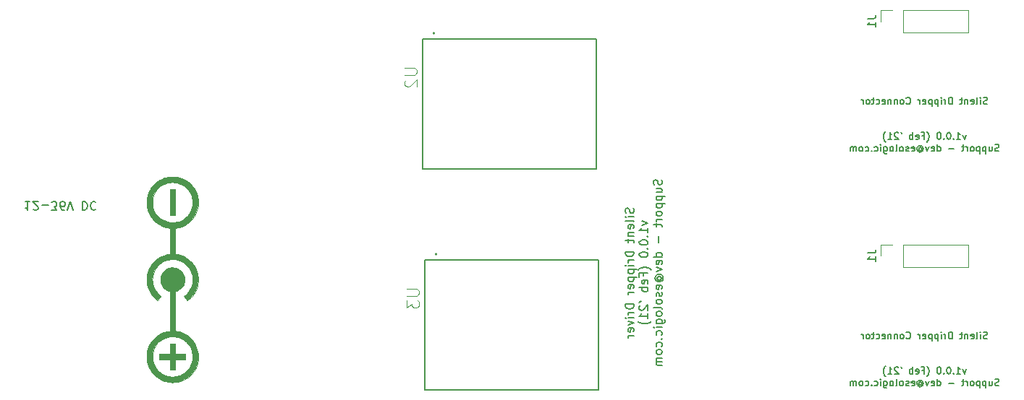
<source format=gbo>
%MOIN*%
%OFA0B0*%
%FSLAX46Y46*%
%IPPOS*%
%LPD*%
%ADD10C,0.005905511811023622*%
%ADD11C,0.0078740157480314977*%
%ADD12C,0.005*%
%ADD13C,0.00039370078740157485*%
%ADD14C,0.0005905511811023622*%
%ADD25C,0.0078740157480314977*%
%ADD26C,0.0047244094488188976*%
%ADD27C,0.005905511811023622*%
%ADD28C,0.0078740157480314977*%
%ADD29C,0.0047244094488188976*%
%ADD30C,0.005905511811023622*%
G01*
D10*
X0002842974Y0001204406D02*
X0002844849Y0001198782D01*
X0002844849Y0001189408D01*
X0002842974Y0001185659D01*
X0002841100Y0001183784D01*
X0002837350Y0001181909D01*
X0002833600Y0001181909D01*
X0002829851Y0001183784D01*
X0002827976Y0001185659D01*
X0002826101Y0001189408D01*
X0002824227Y0001196907D01*
X0002822352Y0001200657D01*
X0002820477Y0001202532D01*
X0002816728Y0001204406D01*
X0002812978Y0001204406D01*
X0002809229Y0001202532D01*
X0002807354Y0001200657D01*
X0002805479Y0001196907D01*
X0002805479Y0001187534D01*
X0002807354Y0001181909D01*
X0002844849Y0001165036D02*
X0002818602Y0001165036D01*
X0002805479Y0001165036D02*
X0002807354Y0001166911D01*
X0002809229Y0001165036D01*
X0002807354Y0001163162D01*
X0002805479Y0001165036D01*
X0002809229Y0001165036D01*
X0002844849Y0001140664D02*
X0002842974Y0001144414D01*
X0002839225Y0001146289D01*
X0002805479Y0001146289D01*
X0002842974Y0001110668D02*
X0002844849Y0001114418D01*
X0002844849Y0001121917D01*
X0002842974Y0001125666D01*
X0002839225Y0001127541D01*
X0002824227Y0001127541D01*
X0002820477Y0001125666D01*
X0002818602Y0001121917D01*
X0002818602Y0001114418D01*
X0002820477Y0001110668D01*
X0002824227Y0001108793D01*
X0002827976Y0001108793D01*
X0002831726Y0001127541D01*
X0002818602Y0001091920D02*
X0002844849Y0001091920D01*
X0002822352Y0001091920D02*
X0002820477Y0001090046D01*
X0002818602Y0001086296D01*
X0002818602Y0001080672D01*
X0002820477Y0001076922D01*
X0002824227Y0001075048D01*
X0002844849Y0001075048D01*
X0002818602Y0001061924D02*
X0002818602Y0001046926D01*
X0002805479Y0001056300D02*
X0002839225Y0001056300D01*
X0002842974Y0001054425D01*
X0002844849Y0001050676D01*
X0002844849Y0001046926D01*
X0002844849Y0001003806D02*
X0002805479Y0001003806D01*
X0002805479Y0000994433D01*
X0002807354Y0000988808D01*
X0002811103Y0000985059D01*
X0002814853Y0000983184D01*
X0002822352Y0000981309D01*
X0002827976Y0000981309D01*
X0002835475Y0000983184D01*
X0002839225Y0000985059D01*
X0002842974Y0000988808D01*
X0002844849Y0000994433D01*
X0002844849Y0001003806D01*
X0002844849Y0000964436D02*
X0002818602Y0000964436D01*
X0002826101Y0000964436D02*
X0002822352Y0000962562D01*
X0002820477Y0000960687D01*
X0002818602Y0000956937D01*
X0002818602Y0000953188D01*
X0002844849Y0000940064D02*
X0002818602Y0000940064D01*
X0002805479Y0000940064D02*
X0002807354Y0000941939D01*
X0002809229Y0000940064D01*
X0002807354Y0000938190D01*
X0002805479Y0000940064D01*
X0002809229Y0000940064D01*
X0002818602Y0000921317D02*
X0002857972Y0000921317D01*
X0002820477Y0000921317D02*
X0002818602Y0000917567D01*
X0002818602Y0000910068D01*
X0002820477Y0000906319D01*
X0002822352Y0000904444D01*
X0002826101Y0000902569D01*
X0002837350Y0000902569D01*
X0002841100Y0000904444D01*
X0002842974Y0000906319D01*
X0002844849Y0000910068D01*
X0002844849Y0000917567D01*
X0002842974Y0000921317D01*
X0002818602Y0000885696D02*
X0002857972Y0000885696D01*
X0002820477Y0000885696D02*
X0002818602Y0000881947D01*
X0002818602Y0000874448D01*
X0002820477Y0000870698D01*
X0002822352Y0000868823D01*
X0002826101Y0000866949D01*
X0002837350Y0000866949D01*
X0002841100Y0000868823D01*
X0002842974Y0000870698D01*
X0002844849Y0000874448D01*
X0002844849Y0000881947D01*
X0002842974Y0000885696D01*
X0002842974Y0000835078D02*
X0002844849Y0000838827D01*
X0002844849Y0000846326D01*
X0002842974Y0000850076D01*
X0002839225Y0000851950D01*
X0002824227Y0000851950D01*
X0002820477Y0000850076D01*
X0002818602Y0000846326D01*
X0002818602Y0000838827D01*
X0002820477Y0000835078D01*
X0002824227Y0000833203D01*
X0002827976Y0000833203D01*
X0002831726Y0000851950D01*
X0002844849Y0000816330D02*
X0002818602Y0000816330D01*
X0002826101Y0000816330D02*
X0002822352Y0000814455D01*
X0002820477Y0000812580D01*
X0002818602Y0000808831D01*
X0002818602Y0000805081D01*
X0002844849Y0000761962D02*
X0002805479Y0000761962D01*
X0002805479Y0000752588D01*
X0002807354Y0000746964D01*
X0002811103Y0000743214D01*
X0002814853Y0000741339D01*
X0002822352Y0000739465D01*
X0002827976Y0000739465D01*
X0002835475Y0000741339D01*
X0002839225Y0000743214D01*
X0002842974Y0000746964D01*
X0002844849Y0000752588D01*
X0002844849Y0000761962D01*
X0002844849Y0000722592D02*
X0002818602Y0000722592D01*
X0002826101Y0000722592D02*
X0002822352Y0000720717D01*
X0002820477Y0000718842D01*
X0002818602Y0000715093D01*
X0002818602Y0000711343D01*
X0002844849Y0000698220D02*
X0002818602Y0000698220D01*
X0002805479Y0000698220D02*
X0002807354Y0000700094D01*
X0002809229Y0000698220D01*
X0002807354Y0000696345D01*
X0002805479Y0000698220D01*
X0002809229Y0000698220D01*
X0002818602Y0000683222D02*
X0002844849Y0000673848D01*
X0002818602Y0000664474D01*
X0002842974Y0000634478D02*
X0002844849Y0000638227D01*
X0002844849Y0000645726D01*
X0002842974Y0000649476D01*
X0002839225Y0000651351D01*
X0002824227Y0000651351D01*
X0002820477Y0000649476D01*
X0002818602Y0000645726D01*
X0002818602Y0000638227D01*
X0002820477Y0000634478D01*
X0002824227Y0000632603D01*
X0002827976Y0000632603D01*
X0002831726Y0000651351D01*
X0002844849Y0000615730D02*
X0002818602Y0000615730D01*
X0002826101Y0000615730D02*
X0002822352Y0000613855D01*
X0002820477Y0000611980D01*
X0002818602Y0000608231D01*
X0002818602Y0000604481D01*
X0002883563Y0001145351D02*
X0002909810Y0001135977D01*
X0002883563Y0001126604D01*
X0002909810Y0001090983D02*
X0002909810Y0001113480D01*
X0002909810Y0001102232D02*
X0002870440Y0001102232D01*
X0002876064Y0001105981D01*
X0002879813Y0001109731D01*
X0002881688Y0001113480D01*
X0002906060Y0001074110D02*
X0002907935Y0001072235D01*
X0002909810Y0001074110D01*
X0002907935Y0001075985D01*
X0002906060Y0001074110D01*
X0002909810Y0001074110D01*
X0002870440Y0001047863D02*
X0002870440Y0001044114D01*
X0002872314Y0001040364D01*
X0002874189Y0001038490D01*
X0002877939Y0001036615D01*
X0002885438Y0001034740D01*
X0002894812Y0001034740D01*
X0002902311Y0001036615D01*
X0002906060Y0001038490D01*
X0002907935Y0001040364D01*
X0002909810Y0001044114D01*
X0002909810Y0001047863D01*
X0002907935Y0001051613D01*
X0002906060Y0001053488D01*
X0002902311Y0001055363D01*
X0002894812Y0001057237D01*
X0002885438Y0001057237D01*
X0002877939Y0001055363D01*
X0002874189Y0001053488D01*
X0002872314Y0001051613D01*
X0002870440Y0001047863D01*
X0002906060Y0001017867D02*
X0002907935Y0001015992D01*
X0002909810Y0001017867D01*
X0002907935Y0001019742D01*
X0002906060Y0001017867D01*
X0002909810Y0001017867D01*
X0002870440Y0000991620D02*
X0002870440Y0000987871D01*
X0002872314Y0000984121D01*
X0002874189Y0000982247D01*
X0002877939Y0000980372D01*
X0002885438Y0000978497D01*
X0002894812Y0000978497D01*
X0002902311Y0000980372D01*
X0002906060Y0000982247D01*
X0002907935Y0000984121D01*
X0002909810Y0000987871D01*
X0002909810Y0000991620D01*
X0002907935Y0000995370D01*
X0002906060Y0000997245D01*
X0002902311Y0000999120D01*
X0002894812Y0001000994D01*
X0002885438Y0001000994D01*
X0002877939Y0000999120D01*
X0002874189Y0000997245D01*
X0002872314Y0000995370D01*
X0002870440Y0000991620D01*
X0002924808Y0000920379D02*
X0002922933Y0000922254D01*
X0002917309Y0000926004D01*
X0002913559Y0000927878D01*
X0002907935Y0000929753D01*
X0002898561Y0000931628D01*
X0002891062Y0000931628D01*
X0002881688Y0000929753D01*
X0002876064Y0000927878D01*
X0002872314Y0000926004D01*
X0002866690Y0000922254D01*
X0002864815Y0000920379D01*
X0002889187Y0000892258D02*
X0002889187Y0000905381D01*
X0002909810Y0000905381D02*
X0002870440Y0000905381D01*
X0002870440Y0000886634D01*
X0002907935Y0000856637D02*
X0002909810Y0000860387D01*
X0002909810Y0000867886D01*
X0002907935Y0000871635D01*
X0002904185Y0000873510D01*
X0002889187Y0000873510D01*
X0002885438Y0000871635D01*
X0002883563Y0000867886D01*
X0002883563Y0000860387D01*
X0002885438Y0000856637D01*
X0002889187Y0000854763D01*
X0002892937Y0000854763D01*
X0002896686Y0000873510D01*
X0002909810Y0000837890D02*
X0002870440Y0000837890D01*
X0002885438Y0000837890D02*
X0002883563Y0000834140D01*
X0002883563Y0000826641D01*
X0002885438Y0000822892D01*
X0002887313Y0000821017D01*
X0002891062Y0000819142D01*
X0002902311Y0000819142D01*
X0002906060Y0000821017D01*
X0002907935Y0000822892D01*
X0002909810Y0000826641D01*
X0002909810Y0000834140D01*
X0002907935Y0000837890D01*
X0002870440Y0000770398D02*
X0002877939Y0000774148D01*
X0002874189Y0000755400D02*
X0002872314Y0000753525D01*
X0002870440Y0000749776D01*
X0002870440Y0000740402D01*
X0002872314Y0000736652D01*
X0002874189Y0000734778D01*
X0002877939Y0000732903D01*
X0002881688Y0000732903D01*
X0002887313Y0000734778D01*
X0002909810Y0000757275D01*
X0002909810Y0000732903D01*
X0002909810Y0000695408D02*
X0002909810Y0000717905D01*
X0002909810Y0000706656D02*
X0002870440Y0000706656D01*
X0002876064Y0000710406D01*
X0002879813Y0000714155D01*
X0002881688Y0000717905D01*
X0002924808Y0000682284D02*
X0002922933Y0000680409D01*
X0002917309Y0000676660D01*
X0002913559Y0000674785D01*
X0002907935Y0000672910D01*
X0002898561Y0000671036D01*
X0002891062Y0000671036D01*
X0002881688Y0000672910D01*
X0002876064Y0000674785D01*
X0002872314Y0000676660D01*
X0002866690Y0000680409D01*
X0002864815Y0000682284D01*
X0002972896Y0001334703D02*
X0002974770Y0001329078D01*
X0002974770Y0001319704D01*
X0002972896Y0001315955D01*
X0002971021Y0001314080D01*
X0002967271Y0001312205D01*
X0002963522Y0001312205D01*
X0002959772Y0001314080D01*
X0002957897Y0001315955D01*
X0002956023Y0001319704D01*
X0002954148Y0001327204D01*
X0002952273Y0001330953D01*
X0002950398Y0001332828D01*
X0002946649Y0001334703D01*
X0002942899Y0001334703D01*
X0002939150Y0001332828D01*
X0002937275Y0001330953D01*
X0002935400Y0001327204D01*
X0002935400Y0001317830D01*
X0002937275Y0001312205D01*
X0002948524Y0001278460D02*
X0002974770Y0001278460D01*
X0002948524Y0001295333D02*
X0002969146Y0001295333D01*
X0002972896Y0001293458D01*
X0002974770Y0001289708D01*
X0002974770Y0001284084D01*
X0002972896Y0001280334D01*
X0002971021Y0001278460D01*
X0002948524Y0001259712D02*
X0002987894Y0001259712D01*
X0002950398Y0001259712D02*
X0002948524Y0001255962D01*
X0002948524Y0001248463D01*
X0002950398Y0001244714D01*
X0002952273Y0001242839D01*
X0002956023Y0001240964D01*
X0002967271Y0001240964D01*
X0002971021Y0001242839D01*
X0002972896Y0001244714D01*
X0002974770Y0001248463D01*
X0002974770Y0001255962D01*
X0002972896Y0001259712D01*
X0002948524Y0001224091D02*
X0002987894Y0001224091D01*
X0002950398Y0001224091D02*
X0002948524Y0001220342D01*
X0002948524Y0001212843D01*
X0002950398Y0001209093D01*
X0002952273Y0001207219D01*
X0002956023Y0001205344D01*
X0002967271Y0001205344D01*
X0002971021Y0001207219D01*
X0002972896Y0001209093D01*
X0002974770Y0001212843D01*
X0002974770Y0001220342D01*
X0002972896Y0001224091D01*
X0002974770Y0001182847D02*
X0002972896Y0001186596D01*
X0002971021Y0001188471D01*
X0002967271Y0001190346D01*
X0002956023Y0001190346D01*
X0002952273Y0001188471D01*
X0002950398Y0001186596D01*
X0002948524Y0001182847D01*
X0002948524Y0001177222D01*
X0002950398Y0001173473D01*
X0002952273Y0001171598D01*
X0002956023Y0001169723D01*
X0002967271Y0001169723D01*
X0002971021Y0001171598D01*
X0002972896Y0001173473D01*
X0002974770Y0001177222D01*
X0002974770Y0001182847D01*
X0002974770Y0001152850D02*
X0002948524Y0001152850D01*
X0002956023Y0001152850D02*
X0002952273Y0001150976D01*
X0002950398Y0001149101D01*
X0002948524Y0001145351D01*
X0002948524Y0001141602D01*
X0002948524Y0001134103D02*
X0002948524Y0001119105D01*
X0002935400Y0001128478D02*
X0002969146Y0001128478D01*
X0002972896Y0001126604D01*
X0002974770Y0001122854D01*
X0002974770Y0001119105D01*
X0002959772Y0001075985D02*
X0002959772Y0001045989D01*
X0002974770Y0000980372D02*
X0002935400Y0000980372D01*
X0002972896Y0000980372D02*
X0002974770Y0000984121D01*
X0002974770Y0000991620D01*
X0002972896Y0000995370D01*
X0002971021Y0000997245D01*
X0002967271Y0000999120D01*
X0002956023Y0000999120D01*
X0002952273Y0000997245D01*
X0002950398Y0000995370D01*
X0002948524Y0000991620D01*
X0002948524Y0000984121D01*
X0002950398Y0000980372D01*
X0002972896Y0000946626D02*
X0002974770Y0000950376D01*
X0002974770Y0000957875D01*
X0002972896Y0000961624D01*
X0002969146Y0000963499D01*
X0002954148Y0000963499D01*
X0002950398Y0000961624D01*
X0002948524Y0000957875D01*
X0002948524Y0000950376D01*
X0002950398Y0000946626D01*
X0002954148Y0000944751D01*
X0002957897Y0000944751D01*
X0002961647Y0000963499D01*
X0002948524Y0000931628D02*
X0002974770Y0000922254D01*
X0002948524Y0000912880D01*
X0002956023Y0000873510D02*
X0002954148Y0000875385D01*
X0002952273Y0000879135D01*
X0002952273Y0000882884D01*
X0002954148Y0000886634D01*
X0002956023Y0000888508D01*
X0002959772Y0000890383D01*
X0002963522Y0000890383D01*
X0002967271Y0000888508D01*
X0002969146Y0000886634D01*
X0002971021Y0000882884D01*
X0002971021Y0000879135D01*
X0002969146Y0000875385D01*
X0002967271Y0000873510D01*
X0002952273Y0000873510D02*
X0002967271Y0000873510D01*
X0002969146Y0000871635D01*
X0002969146Y0000869761D01*
X0002967271Y0000866011D01*
X0002963522Y0000864136D01*
X0002954148Y0000864136D01*
X0002948524Y0000867886D01*
X0002944774Y0000873510D01*
X0002942899Y0000881009D01*
X0002944774Y0000888508D01*
X0002948524Y0000894133D01*
X0002954148Y0000897882D01*
X0002961647Y0000899757D01*
X0002969146Y0000897882D01*
X0002974770Y0000894133D01*
X0002978520Y0000888508D01*
X0002980395Y0000881009D01*
X0002978520Y0000873510D01*
X0002974770Y0000867886D01*
X0002972896Y0000832265D02*
X0002974770Y0000836015D01*
X0002974770Y0000843514D01*
X0002972896Y0000847264D01*
X0002969146Y0000849138D01*
X0002954148Y0000849138D01*
X0002950398Y0000847264D01*
X0002948524Y0000843514D01*
X0002948524Y0000836015D01*
X0002950398Y0000832265D01*
X0002954148Y0000830391D01*
X0002957897Y0000830391D01*
X0002961647Y0000849138D01*
X0002972896Y0000815393D02*
X0002974770Y0000811643D01*
X0002974770Y0000804144D01*
X0002972896Y0000800394D01*
X0002969146Y0000798520D01*
X0002967271Y0000798520D01*
X0002963522Y0000800394D01*
X0002961647Y0000804144D01*
X0002961647Y0000809768D01*
X0002959772Y0000813518D01*
X0002956023Y0000815393D01*
X0002954148Y0000815393D01*
X0002950398Y0000813518D01*
X0002948524Y0000809768D01*
X0002948524Y0000804144D01*
X0002950398Y0000800394D01*
X0002974770Y0000776022D02*
X0002972896Y0000779772D01*
X0002971021Y0000781647D01*
X0002967271Y0000783522D01*
X0002956023Y0000783522D01*
X0002952273Y0000781647D01*
X0002950398Y0000779772D01*
X0002948524Y0000776022D01*
X0002948524Y0000770398D01*
X0002950398Y0000766649D01*
X0002952273Y0000764774D01*
X0002956023Y0000762899D01*
X0002967271Y0000762899D01*
X0002971021Y0000764774D01*
X0002972896Y0000766649D01*
X0002974770Y0000770398D01*
X0002974770Y0000776022D01*
X0002974770Y0000740402D02*
X0002972896Y0000744151D01*
X0002969146Y0000746026D01*
X0002935400Y0000746026D01*
X0002974770Y0000719779D02*
X0002972896Y0000723529D01*
X0002971021Y0000725404D01*
X0002967271Y0000727279D01*
X0002956023Y0000727279D01*
X0002952273Y0000725404D01*
X0002950398Y0000723529D01*
X0002948524Y0000719779D01*
X0002948524Y0000714155D01*
X0002950398Y0000710406D01*
X0002952273Y0000708531D01*
X0002956023Y0000706656D01*
X0002967271Y0000706656D01*
X0002971021Y0000708531D01*
X0002972896Y0000710406D01*
X0002974770Y0000714155D01*
X0002974770Y0000719779D01*
X0002948524Y0000672910D02*
X0002980395Y0000672910D01*
X0002984144Y0000674785D01*
X0002986019Y0000676660D01*
X0002987894Y0000680409D01*
X0002987894Y0000686034D01*
X0002986019Y0000689783D01*
X0002972896Y0000672910D02*
X0002974770Y0000676660D01*
X0002974770Y0000684159D01*
X0002972896Y0000687908D01*
X0002971021Y0000689783D01*
X0002967271Y0000691658D01*
X0002956023Y0000691658D01*
X0002952273Y0000689783D01*
X0002950398Y0000687908D01*
X0002948524Y0000684159D01*
X0002948524Y0000676660D01*
X0002950398Y0000672910D01*
X0002974770Y0000654163D02*
X0002948524Y0000654163D01*
X0002935400Y0000654163D02*
X0002937275Y0000656037D01*
X0002939150Y0000654163D01*
X0002937275Y0000652288D01*
X0002935400Y0000654163D01*
X0002939150Y0000654163D01*
X0002972896Y0000618542D02*
X0002974770Y0000622292D01*
X0002974770Y0000629791D01*
X0002972896Y0000633540D01*
X0002971021Y0000635415D01*
X0002967271Y0000637290D01*
X0002956023Y0000637290D01*
X0002952273Y0000635415D01*
X0002950398Y0000633540D01*
X0002948524Y0000629791D01*
X0002948524Y0000622292D01*
X0002950398Y0000618542D01*
X0002971021Y0000601669D02*
X0002972896Y0000599794D01*
X0002974770Y0000601669D01*
X0002972896Y0000603544D01*
X0002971021Y0000601669D01*
X0002974770Y0000601669D01*
X0002972896Y0000566049D02*
X0002974770Y0000569798D01*
X0002974770Y0000577297D01*
X0002972896Y0000581047D01*
X0002971021Y0000582922D01*
X0002967271Y0000584796D01*
X0002956023Y0000584796D01*
X0002952273Y0000582922D01*
X0002950398Y0000581047D01*
X0002948524Y0000577297D01*
X0002948524Y0000569798D01*
X0002950398Y0000566049D01*
X0002974770Y0000543552D02*
X0002972896Y0000547301D01*
X0002971021Y0000549176D01*
X0002967271Y0000551051D01*
X0002956023Y0000551051D01*
X0002952273Y0000549176D01*
X0002950398Y0000547301D01*
X0002948524Y0000543552D01*
X0002948524Y0000537927D01*
X0002950398Y0000534178D01*
X0002952273Y0000532303D01*
X0002956023Y0000530428D01*
X0002967271Y0000530428D01*
X0002971021Y0000532303D01*
X0002972896Y0000534178D01*
X0002974770Y0000537927D01*
X0002974770Y0000543552D01*
X0002974770Y0000513555D02*
X0002948524Y0000513555D01*
X0002952273Y0000513555D02*
X0002950398Y0000511680D01*
X0002948524Y0000507931D01*
X0002948524Y0000502307D01*
X0002950398Y0000498557D01*
X0002954148Y0000496682D01*
X0002974770Y0000496682D01*
X0002954148Y0000496682D02*
X0002950398Y0000494808D01*
X0002948524Y0000491058D01*
X0002948524Y0000485434D01*
X0002950398Y0000481684D01*
X0002954148Y0000479809D01*
X0002974770Y0000479809D01*
X0000063392Y0001235129D02*
X0000040895Y0001235129D01*
X0000052143Y0001235129D02*
X0000052143Y0001195759D01*
X0000048394Y0001201383D01*
X0000044644Y0001205133D01*
X0000040895Y0001207007D01*
X0000078390Y0001199508D02*
X0000080265Y0001197634D01*
X0000084014Y0001195759D01*
X0000093388Y0001195759D01*
X0000097138Y0001197634D01*
X0000099013Y0001199508D01*
X0000100887Y0001203258D01*
X0000100887Y0001207007D01*
X0000099013Y0001212632D01*
X0000076515Y0001235129D01*
X0000100887Y0001235129D01*
X0000117760Y0001220131D02*
X0000147757Y0001220131D01*
X0000162755Y0001195759D02*
X0000187127Y0001195759D01*
X0000174003Y0001210757D01*
X0000179627Y0001210757D01*
X0000183377Y0001212632D01*
X0000185252Y0001214507D01*
X0000187127Y0001218256D01*
X0000187127Y0001227630D01*
X0000185252Y0001231379D01*
X0000183377Y0001233254D01*
X0000179627Y0001235129D01*
X0000168379Y0001235129D01*
X0000164629Y0001233254D01*
X0000162755Y0001231379D01*
X0000220872Y0001195759D02*
X0000213373Y0001195759D01*
X0000209624Y0001197634D01*
X0000207749Y0001199508D01*
X0000204000Y0001205133D01*
X0000202125Y0001212632D01*
X0000202125Y0001227630D01*
X0000204000Y0001231379D01*
X0000205874Y0001233254D01*
X0000209624Y0001235129D01*
X0000217123Y0001235129D01*
X0000220872Y0001233254D01*
X0000222747Y0001231379D01*
X0000224622Y0001227630D01*
X0000224622Y0001218256D01*
X0000222747Y0001214507D01*
X0000220872Y0001212632D01*
X0000217123Y0001210757D01*
X0000209624Y0001210757D01*
X0000205874Y0001212632D01*
X0000204000Y0001214507D01*
X0000202125Y0001218256D01*
X0000235870Y0001195759D02*
X0000248994Y0001235129D01*
X0000262117Y0001195759D01*
X0000305237Y0001235129D02*
X0000305237Y0001195759D01*
X0000314611Y0001195759D01*
X0000320235Y0001197634D01*
X0000323985Y0001201383D01*
X0000325859Y0001205133D01*
X0000327734Y0001212632D01*
X0000327734Y0001218256D01*
X0000325859Y0001225755D01*
X0000323985Y0001229505D01*
X0000320235Y0001233254D01*
X0000314611Y0001235129D01*
X0000305237Y0001235129D01*
X0000367104Y0001231379D02*
X0000365229Y0001233254D01*
X0000359605Y0001235129D01*
X0000355855Y0001235129D01*
X0000350231Y0001233254D01*
X0000346482Y0001229505D01*
X0000344607Y0001225755D01*
X0000342732Y0001218256D01*
X0000342732Y0001212632D01*
X0000344607Y0001205133D01*
X0000346482Y0001201383D01*
X0000350231Y0001197634D01*
X0000355855Y0001195759D01*
X0000359605Y0001195759D01*
X0000365229Y0001197634D01*
X0000367104Y0001199508D01*
D11*
X0001936937Y0000992090D02*
G75*
G03*
X0001936937Y0000992090I-0000003937D01*
G01*
D12*
X0001882999Y0000965319D02*
X0002682999Y0000965319D01*
X0001882999Y0000365319D02*
X0001882999Y0000965319D01*
X0002682999Y0000365319D02*
X0001882999Y0000365319D01*
X0002682999Y0000965319D02*
X0002682999Y0000365319D01*
X0002673000Y0001985319D02*
X0002673000Y0001385319D01*
X0002673000Y0001385319D02*
X0001873000Y0001385319D01*
X0001873000Y0001385319D02*
X0001873000Y0001985319D01*
X0001873000Y0001985319D02*
X0002673000Y0001985319D01*
D11*
X0001926937Y0002012090D02*
G75*
G03*
X0001926937Y0002012090I-0000003937D01*
G01*
D13*
G36*
X0000708118Y0000507002D02*
G01*
X0000708118Y0000459477D01*
X0000731881Y0000459477D01*
X0000731881Y0000507002D01*
X0000779405Y0000507002D01*
X0000779405Y0000530764D01*
X0000731881Y0000530764D01*
X0000731881Y0000578289D01*
X0000708128Y0000578289D01*
X0000707999Y0000554650D01*
X0000707871Y0000531012D01*
X0000684232Y0000530883D01*
X0000660594Y0000530755D01*
X0000660594Y0000507002D01*
X0000708118Y0000507002D01*
G37*
X0000708118Y0000507002D02*
X0000708118Y0000459477D01*
X0000731881Y0000459477D01*
X0000731881Y0000507002D01*
X0000779405Y0000507002D01*
X0000779405Y0000530764D01*
X0000731881Y0000530764D01*
X0000731881Y0000578289D01*
X0000708128Y0000578289D01*
X0000707999Y0000554650D01*
X0000707871Y0000531012D01*
X0000684232Y0000530883D01*
X0000660594Y0000530755D01*
X0000660594Y0000507002D01*
X0000708118Y0000507002D01*
G36*
X0000731881Y0001171853D02*
G01*
X0000731881Y0001290665D01*
X0000708118Y0001290665D01*
X0000708118Y0001171853D01*
X0000731881Y0001171853D01*
G37*
X0000731881Y0001171853D02*
X0000731881Y0001290665D01*
X0000708118Y0001290665D01*
X0000708118Y0001171853D01*
X0000731881Y0001171853D01*
G36*
X0000601313Y0000514104D02*
G01*
X0000601478Y0000509806D01*
X0000601635Y0000507709D01*
X0000603074Y0000497151D01*
X0000605409Y0000486789D01*
X0000608604Y0000476712D01*
X0000612624Y0000467007D01*
X0000617432Y0000457765D01*
X0000622992Y0000449073D01*
X0000628311Y0000442150D01*
X0000635497Y0000434311D01*
X0000643331Y0000427207D01*
X0000651761Y0000420869D01*
X0000660741Y0000415328D01*
X0000670221Y0000410615D01*
X0000680152Y0000406760D01*
X0000688564Y0000404270D01*
X0000698595Y0000402153D01*
X0000708902Y0000400846D01*
X0000719312Y0000400352D01*
X0000729647Y0000400674D01*
X0000739734Y0000401817D01*
X0000746429Y0000403079D01*
X0000757010Y0000405906D01*
X0000767132Y0000409583D01*
X0000776760Y0000414088D01*
X0000785855Y0000419393D01*
X0000794382Y0000425476D01*
X0000802303Y0000432311D01*
X0000809581Y0000439872D01*
X0000816180Y0000448137D01*
X0000818614Y0000451623D01*
X0000824160Y0000460749D01*
X0000828810Y0000470276D01*
X0000832573Y0000480225D01*
X0000835455Y0000490617D01*
X0000837355Y0000500708D01*
X0000837667Y0000503245D01*
X0000837952Y0000506379D01*
X0000838203Y0000509898D01*
X0000838410Y0000513594D01*
X0000838562Y0000517255D01*
X0000838651Y0000520673D01*
X0000838667Y0000523635D01*
X0000838601Y0000525933D01*
X0000838530Y0000526804D01*
X0000838394Y0000528033D01*
X0000838189Y0000529943D01*
X0000837947Y0000532230D01*
X0000837788Y0000533734D01*
X0000836290Y0000543517D01*
X0000833873Y0000553313D01*
X0000830596Y0000562981D01*
X0000826517Y0000572380D01*
X0000821696Y0000581370D01*
X0000816191Y0000589807D01*
X0000812320Y0000594873D01*
X0000809541Y0000598104D01*
X0000806243Y0000601642D01*
X0000802693Y0000605220D01*
X0000799157Y0000608570D01*
X0000795902Y0000611426D01*
X0000795495Y0000611762D01*
X0000787684Y0000617541D01*
X0000779183Y0000622695D01*
X0000770107Y0000627174D01*
X0000760572Y0000630928D01*
X0000750693Y0000633909D01*
X0000740585Y0000636065D01*
X0000737945Y0000636483D01*
X0000731881Y0000637375D01*
X0000731881Y0000729134D01*
X0000731882Y0000740730D01*
X0000731886Y0000751371D01*
X0000731892Y0000761093D01*
X0000731902Y0000769933D01*
X0000731915Y0000777926D01*
X0000731931Y0000785108D01*
X0000731951Y0000791515D01*
X0000731975Y0000797183D01*
X0000732004Y0000802146D01*
X0000732037Y0000806442D01*
X0000732074Y0000810106D01*
X0000732117Y0000813174D01*
X0000732165Y0000815681D01*
X0000732218Y0000817664D01*
X0000732277Y0000819158D01*
X0000732341Y0000820200D01*
X0000732412Y0000820824D01*
X0000732490Y0000821066D01*
X0000732500Y0000821071D01*
X0000738756Y0000823068D01*
X0000744207Y0000825275D01*
X0000749031Y0000827791D01*
X0000753404Y0000830714D01*
X0000757506Y0000834141D01*
X0000759126Y0000835691D01*
X0000763829Y0000841017D01*
X0000767724Y0000846821D01*
X0000770813Y0000853014D01*
X0000773094Y0000859505D01*
X0000774568Y0000866204D01*
X0000775234Y0000873021D01*
X0000775093Y0000879864D01*
X0000774144Y0000886644D01*
X0000772387Y0000893270D01*
X0000769822Y0000899653D01*
X0000766449Y0000905701D01*
X0000762268Y0000911325D01*
X0000759240Y0000914588D01*
X0000753789Y0000919392D01*
X0000748042Y0000923282D01*
X0000741913Y0000926313D01*
X0000738607Y0000927548D01*
X0000731459Y0000929460D01*
X0000724258Y0000930454D01*
X0000720171Y0000930509D01*
X0000720171Y0000611457D01*
X0000729747Y0000611037D01*
X0000738893Y0000609760D01*
X0000747713Y0000607603D01*
X0000756310Y0000604543D01*
X0000761336Y0000602298D01*
X0000769509Y0000597834D01*
X0000777077Y0000592612D01*
X0000784008Y0000586686D01*
X0000790266Y0000580106D01*
X0000795818Y0000572926D01*
X0000800630Y0000565198D01*
X0000804666Y0000556975D01*
X0000807894Y0000548307D01*
X0000810279Y0000539248D01*
X0000811786Y0000529851D01*
X0000812242Y0000524329D01*
X0000812343Y0000522543D01*
X0000812437Y0000520984D01*
X0000812478Y0000520368D01*
X0000812475Y0000519427D01*
X0000812407Y0000517724D01*
X0000812284Y0000515483D01*
X0000812117Y0000512929D01*
X0000812077Y0000512362D01*
X0000810909Y0000502644D01*
X0000808856Y0000493318D01*
X0000805953Y0000484426D01*
X0000802235Y0000476007D01*
X0000797737Y0000468103D01*
X0000792494Y0000460753D01*
X0000786542Y0000453998D01*
X0000779915Y0000447879D01*
X0000772648Y0000442435D01*
X0000764777Y0000437707D01*
X0000756336Y0000433736D01*
X0000747360Y0000430562D01*
X0000739306Y0000428513D01*
X0000735591Y0000427886D01*
X0000731169Y0000427392D01*
X0000726315Y0000427041D01*
X0000721306Y0000426844D01*
X0000716418Y0000426813D01*
X0000711926Y0000426959D01*
X0000708250Y0000427274D01*
X0000698560Y0000428934D01*
X0000689317Y0000431466D01*
X0000680547Y0000434856D01*
X0000672277Y0000439088D01*
X0000664532Y0000444145D01*
X0000657338Y0000450013D01*
X0000650720Y0000456675D01*
X0000644704Y0000464116D01*
X0000642411Y0000467398D01*
X0000637927Y0000474969D01*
X0000634219Y0000483069D01*
X0000631300Y0000491595D01*
X0000629183Y0000500445D01*
X0000627879Y0000509516D01*
X0000627403Y0000518705D01*
X0000627766Y0000527912D01*
X0000628982Y0000537032D01*
X0000631063Y0000545964D01*
X0000632178Y0000549576D01*
X0000635605Y0000558372D01*
X0000639841Y0000566634D01*
X0000644842Y0000574323D01*
X0000650560Y0000581403D01*
X0000656949Y0000587837D01*
X0000663963Y0000593587D01*
X0000671557Y0000598615D01*
X0000679682Y0000602884D01*
X0000688295Y0000606358D01*
X0000697347Y0000608998D01*
X0000706794Y0000610767D01*
X0000708105Y0000610938D01*
X0000710140Y0000611124D01*
X0000712857Y0000611281D01*
X0000715949Y0000611395D01*
X0000719106Y0000611453D01*
X0000720171Y0000611457D01*
X0000720171Y0000930509D01*
X0000717088Y0000930552D01*
X0000710036Y0000929779D01*
X0000703187Y0000928161D01*
X0000696625Y0000925722D01*
X0000690437Y0000922487D01*
X0000684707Y0000918480D01*
X0000679520Y0000913726D01*
X0000675761Y0000909326D01*
X0000671832Y0000903378D01*
X0000668744Y0000897004D01*
X0000666500Y0000890304D01*
X0000665101Y0000883377D01*
X0000664552Y0000876322D01*
X0000664854Y0000869241D01*
X0000666009Y0000862233D01*
X0000668020Y0000855398D01*
X0000670890Y0000848834D01*
X0000674112Y0000843388D01*
X0000675326Y0000841753D01*
X0000676993Y0000839731D01*
X0000678859Y0000837623D01*
X0000680070Y0000836337D01*
X0000684699Y0000832056D01*
X0000689663Y0000828457D01*
X0000695112Y0000825455D01*
X0000701198Y0000822967D01*
X0000707500Y0000821056D01*
X0000707578Y0000820859D01*
X0000707649Y0000820284D01*
X0000707715Y0000819296D01*
X0000707775Y0000817860D01*
X0000707828Y0000815939D01*
X0000707877Y0000813499D01*
X0000707920Y0000810502D01*
X0000707958Y0000806913D01*
X0000707992Y0000802697D01*
X0000708020Y0000797818D01*
X0000708045Y0000792239D01*
X0000708066Y0000785925D01*
X0000708083Y0000778841D01*
X0000708096Y0000770950D01*
X0000708106Y0000762217D01*
X0000708113Y0000752605D01*
X0000708117Y0000742079D01*
X0000708118Y0000730604D01*
X0000708118Y0000637297D01*
X0000705024Y0000636957D01*
X0000698816Y0000636050D01*
X0000692151Y0000634676D01*
X0000685389Y0000632927D01*
X0000678890Y0000630895D01*
X0000673760Y0000628980D01*
X0000664004Y0000624480D01*
X0000654825Y0000619195D01*
X0000646255Y0000613165D01*
X0000638325Y0000606431D01*
X0000631068Y0000599035D01*
X0000624515Y0000591017D01*
X0000618697Y0000582418D01*
X0000613648Y0000573280D01*
X0000609398Y0000563643D01*
X0000605979Y0000553547D01*
X0000603424Y0000543035D01*
X0000602387Y0000537018D01*
X0000601943Y0000533227D01*
X0000601607Y0000528746D01*
X0000601384Y0000523868D01*
X0000601284Y0000518889D01*
X0000601313Y0000514104D01*
G37*
X0000601313Y0000514104D02*
X0000601478Y0000509806D01*
X0000601635Y0000507709D01*
X0000603074Y0000497151D01*
X0000605409Y0000486789D01*
X0000608604Y0000476712D01*
X0000612624Y0000467007D01*
X0000617432Y0000457765D01*
X0000622992Y0000449073D01*
X0000628311Y0000442150D01*
X0000635497Y0000434311D01*
X0000643331Y0000427207D01*
X0000651761Y0000420869D01*
X0000660741Y0000415328D01*
X0000670221Y0000410615D01*
X0000680152Y0000406760D01*
X0000688564Y0000404270D01*
X0000698595Y0000402153D01*
X0000708902Y0000400846D01*
X0000719312Y0000400352D01*
X0000729647Y0000400674D01*
X0000739734Y0000401817D01*
X0000746429Y0000403079D01*
X0000757010Y0000405906D01*
X0000767132Y0000409583D01*
X0000776760Y0000414088D01*
X0000785855Y0000419393D01*
X0000794382Y0000425476D01*
X0000802303Y0000432311D01*
X0000809581Y0000439872D01*
X0000816180Y0000448137D01*
X0000818614Y0000451623D01*
X0000824160Y0000460749D01*
X0000828810Y0000470276D01*
X0000832573Y0000480225D01*
X0000835455Y0000490617D01*
X0000837355Y0000500708D01*
X0000837667Y0000503245D01*
X0000837952Y0000506379D01*
X0000838203Y0000509898D01*
X0000838410Y0000513594D01*
X0000838562Y0000517255D01*
X0000838651Y0000520673D01*
X0000838667Y0000523635D01*
X0000838601Y0000525933D01*
X0000838530Y0000526804D01*
X0000838394Y0000528033D01*
X0000838189Y0000529943D01*
X0000837947Y0000532230D01*
X0000837788Y0000533734D01*
X0000836290Y0000543517D01*
X0000833873Y0000553313D01*
X0000830596Y0000562981D01*
X0000826517Y0000572380D01*
X0000821696Y0000581370D01*
X0000816191Y0000589807D01*
X0000812320Y0000594873D01*
X0000809541Y0000598104D01*
X0000806243Y0000601642D01*
X0000802693Y0000605220D01*
X0000799157Y0000608570D01*
X0000795902Y0000611426D01*
X0000795495Y0000611762D01*
X0000787684Y0000617541D01*
X0000779183Y0000622695D01*
X0000770107Y0000627174D01*
X0000760572Y0000630928D01*
X0000750693Y0000633909D01*
X0000740585Y0000636065D01*
X0000737945Y0000636483D01*
X0000731881Y0000637375D01*
X0000731881Y0000729134D01*
X0000731882Y0000740730D01*
X0000731886Y0000751371D01*
X0000731892Y0000761093D01*
X0000731902Y0000769933D01*
X0000731915Y0000777926D01*
X0000731931Y0000785108D01*
X0000731951Y0000791515D01*
X0000731975Y0000797183D01*
X0000732004Y0000802146D01*
X0000732037Y0000806442D01*
X0000732074Y0000810106D01*
X0000732117Y0000813174D01*
X0000732165Y0000815681D01*
X0000732218Y0000817664D01*
X0000732277Y0000819158D01*
X0000732341Y0000820200D01*
X0000732412Y0000820824D01*
X0000732490Y0000821066D01*
X0000732500Y0000821071D01*
X0000738756Y0000823068D01*
X0000744207Y0000825275D01*
X0000749031Y0000827791D01*
X0000753404Y0000830714D01*
X0000757506Y0000834141D01*
X0000759126Y0000835691D01*
X0000763829Y0000841017D01*
X0000767724Y0000846821D01*
X0000770813Y0000853014D01*
X0000773094Y0000859505D01*
X0000774568Y0000866204D01*
X0000775234Y0000873021D01*
X0000775093Y0000879864D01*
X0000774144Y0000886644D01*
X0000772387Y0000893270D01*
X0000769822Y0000899653D01*
X0000766449Y0000905701D01*
X0000762268Y0000911325D01*
X0000759240Y0000914588D01*
X0000753789Y0000919392D01*
X0000748042Y0000923282D01*
X0000741913Y0000926313D01*
X0000738607Y0000927548D01*
X0000731459Y0000929460D01*
X0000724258Y0000930454D01*
X0000720171Y0000930509D01*
X0000720171Y0000611457D01*
X0000729747Y0000611037D01*
X0000738893Y0000609760D01*
X0000747713Y0000607603D01*
X0000756310Y0000604543D01*
X0000761336Y0000602298D01*
X0000769509Y0000597834D01*
X0000777077Y0000592612D01*
X0000784008Y0000586686D01*
X0000790266Y0000580106D01*
X0000795818Y0000572926D01*
X0000800630Y0000565198D01*
X0000804666Y0000556975D01*
X0000807894Y0000548307D01*
X0000810279Y0000539248D01*
X0000811786Y0000529851D01*
X0000812242Y0000524329D01*
X0000812343Y0000522543D01*
X0000812437Y0000520984D01*
X0000812478Y0000520368D01*
X0000812475Y0000519427D01*
X0000812407Y0000517724D01*
X0000812284Y0000515483D01*
X0000812117Y0000512929D01*
X0000812077Y0000512362D01*
X0000810909Y0000502644D01*
X0000808856Y0000493318D01*
X0000805953Y0000484426D01*
X0000802235Y0000476007D01*
X0000797737Y0000468103D01*
X0000792494Y0000460753D01*
X0000786542Y0000453998D01*
X0000779915Y0000447879D01*
X0000772648Y0000442435D01*
X0000764777Y0000437707D01*
X0000756336Y0000433736D01*
X0000747360Y0000430562D01*
X0000739306Y0000428513D01*
X0000735591Y0000427886D01*
X0000731169Y0000427392D01*
X0000726315Y0000427041D01*
X0000721306Y0000426844D01*
X0000716418Y0000426813D01*
X0000711926Y0000426959D01*
X0000708250Y0000427274D01*
X0000698560Y0000428934D01*
X0000689317Y0000431466D01*
X0000680547Y0000434856D01*
X0000672277Y0000439088D01*
X0000664532Y0000444145D01*
X0000657338Y0000450013D01*
X0000650720Y0000456675D01*
X0000644704Y0000464116D01*
X0000642411Y0000467398D01*
X0000637927Y0000474969D01*
X0000634219Y0000483069D01*
X0000631300Y0000491595D01*
X0000629183Y0000500445D01*
X0000627879Y0000509516D01*
X0000627403Y0000518705D01*
X0000627766Y0000527912D01*
X0000628982Y0000537032D01*
X0000631063Y0000545964D01*
X0000632178Y0000549576D01*
X0000635605Y0000558372D01*
X0000639841Y0000566634D01*
X0000644842Y0000574323D01*
X0000650560Y0000581403D01*
X0000656949Y0000587837D01*
X0000663963Y0000593587D01*
X0000671557Y0000598615D01*
X0000679682Y0000602884D01*
X0000688295Y0000606358D01*
X0000697347Y0000608998D01*
X0000706794Y0000610767D01*
X0000708105Y0000610938D01*
X0000710140Y0000611124D01*
X0000712857Y0000611281D01*
X0000715949Y0000611395D01*
X0000719106Y0000611453D01*
X0000720171Y0000611457D01*
X0000720171Y0000930509D01*
X0000717088Y0000930552D01*
X0000710036Y0000929779D01*
X0000703187Y0000928161D01*
X0000696625Y0000925722D01*
X0000690437Y0000922487D01*
X0000684707Y0000918480D01*
X0000679520Y0000913726D01*
X0000675761Y0000909326D01*
X0000671832Y0000903378D01*
X0000668744Y0000897004D01*
X0000666500Y0000890304D01*
X0000665101Y0000883377D01*
X0000664552Y0000876322D01*
X0000664854Y0000869241D01*
X0000666009Y0000862233D01*
X0000668020Y0000855398D01*
X0000670890Y0000848834D01*
X0000674112Y0000843388D01*
X0000675326Y0000841753D01*
X0000676993Y0000839731D01*
X0000678859Y0000837623D01*
X0000680070Y0000836337D01*
X0000684699Y0000832056D01*
X0000689663Y0000828457D01*
X0000695112Y0000825455D01*
X0000701198Y0000822967D01*
X0000707500Y0000821056D01*
X0000707578Y0000820859D01*
X0000707649Y0000820284D01*
X0000707715Y0000819296D01*
X0000707775Y0000817860D01*
X0000707828Y0000815939D01*
X0000707877Y0000813499D01*
X0000707920Y0000810502D01*
X0000707958Y0000806913D01*
X0000707992Y0000802697D01*
X0000708020Y0000797818D01*
X0000708045Y0000792239D01*
X0000708066Y0000785925D01*
X0000708083Y0000778841D01*
X0000708096Y0000770950D01*
X0000708106Y0000762217D01*
X0000708113Y0000752605D01*
X0000708117Y0000742079D01*
X0000708118Y0000730604D01*
X0000708118Y0000637297D01*
X0000705024Y0000636957D01*
X0000698816Y0000636050D01*
X0000692151Y0000634676D01*
X0000685389Y0000632927D01*
X0000678890Y0000630895D01*
X0000673760Y0000628980D01*
X0000664004Y0000624480D01*
X0000654825Y0000619195D01*
X0000646255Y0000613165D01*
X0000638325Y0000606431D01*
X0000631068Y0000599035D01*
X0000624515Y0000591017D01*
X0000618697Y0000582418D01*
X0000613648Y0000573280D01*
X0000609398Y0000563643D01*
X0000605979Y0000553547D01*
X0000603424Y0000543035D01*
X0000602387Y0000537018D01*
X0000601943Y0000533227D01*
X0000601607Y0000528746D01*
X0000601384Y0000523868D01*
X0000601284Y0000518889D01*
X0000601313Y0000514104D01*
G36*
X0000601845Y0000864127D02*
G01*
X0000603267Y0000853766D01*
X0000605626Y0000843542D01*
X0000608210Y0000835467D01*
X0000612375Y0000825392D01*
X0000617405Y0000815775D01*
X0000623265Y0000806664D01*
X0000629919Y0000798106D01*
X0000637332Y0000790151D01*
X0000645468Y0000782844D01*
X0000650239Y0000779119D01*
X0000652013Y0000777802D01*
X0000659150Y0000788054D01*
X0000661100Y0000790877D01*
X0000662847Y0000793449D01*
X0000664314Y0000795653D01*
X0000665426Y0000797374D01*
X0000666105Y0000798496D01*
X0000666287Y0000798885D01*
X0000665917Y0000799456D01*
X0000664948Y0000800393D01*
X0000663614Y0000801473D01*
X0000656921Y0000807098D01*
X0000650731Y0000813498D01*
X0000645116Y0000820553D01*
X0000640150Y0000828147D01*
X0000635906Y0000836159D01*
X0000632458Y0000844472D01*
X0000629880Y0000852968D01*
X0000628930Y0000857299D01*
X0000627612Y0000866774D01*
X0000627252Y0000876224D01*
X0000627830Y0000885583D01*
X0000629325Y0000894782D01*
X0000631717Y0000903754D01*
X0000634985Y0000912433D01*
X0000639110Y0000920751D01*
X0000644071Y0000928641D01*
X0000649848Y0000936036D01*
X0000654156Y0000940670D01*
X0000661323Y0000947197D01*
X0000668963Y0000952854D01*
X0000677078Y0000957643D01*
X0000685673Y0000961567D01*
X0000694751Y0000964627D01*
X0000704315Y0000966825D01*
X0000706633Y0000967217D01*
X0000710447Y0000967663D01*
X0000714912Y0000967936D01*
X0000719710Y0000968035D01*
X0000724522Y0000967959D01*
X0000729030Y0000967709D01*
X0000732918Y0000967285D01*
X0000733298Y0000967227D01*
X0000742854Y0000965244D01*
X0000752019Y0000962388D01*
X0000760746Y0000958691D01*
X0000768982Y0000954186D01*
X0000776679Y0000948903D01*
X0000783785Y0000942874D01*
X0000790251Y0000936131D01*
X0000796027Y0000928706D01*
X0000797319Y0000926804D01*
X0000802205Y0000918546D01*
X0000806191Y0000909947D01*
X0000809268Y0000901073D01*
X0000811427Y0000891990D01*
X0000812658Y0000882766D01*
X0000812953Y0000873467D01*
X0000812302Y0000864160D01*
X0000810697Y0000854911D01*
X0000808329Y0000846389D01*
X0000804857Y0000837423D01*
X0000800529Y0000828923D01*
X0000795382Y0000820942D01*
X0000789455Y0000813537D01*
X0000782785Y0000806760D01*
X0000778025Y0000802683D01*
X0000773426Y0000799006D01*
X0000775081Y0000796692D01*
X0000775888Y0000795550D01*
X0000777138Y0000793768D01*
X0000778707Y0000791520D01*
X0000780474Y0000788981D01*
X0000782313Y0000786333D01*
X0000784035Y0000783871D01*
X0000785572Y0000781713D01*
X0000786835Y0000779982D01*
X0000787732Y0000778803D01*
X0000788174Y0000778299D01*
X0000788196Y0000778289D01*
X0000788868Y0000778605D01*
X0000790134Y0000779479D01*
X0000791860Y0000780800D01*
X0000793911Y0000782455D01*
X0000796153Y0000784333D01*
X0000798451Y0000786322D01*
X0000800670Y0000788311D01*
X0000802676Y0000790188D01*
X0000803398Y0000790892D01*
X0000810827Y0000798917D01*
X0000817410Y0000807440D01*
X0000823131Y0000816422D01*
X0000827975Y0000825825D01*
X0000831924Y0000835612D01*
X0000834964Y0000845745D01*
X0000837078Y0000856184D01*
X0000838251Y0000866893D01*
X0000838504Y0000874824D01*
X0000838154Y0000884913D01*
X0000837083Y0000894459D01*
X0000835250Y0000903636D01*
X0000832614Y0000912621D01*
X0000829133Y0000921589D01*
X0000825942Y0000928411D01*
X0000820700Y0000937802D01*
X0000814660Y0000946628D01*
X0000807868Y0000954842D01*
X0000800370Y0000962401D01*
X0000792209Y0000969257D01*
X0000783433Y0000975365D01*
X0000774089Y0000980678D01*
X0000764368Y0000985131D01*
X0000754503Y0000988634D01*
X0000744372Y0000991228D01*
X0000738783Y0000992259D01*
X0000731877Y0000993370D01*
X0000732128Y0001113190D01*
X0000735594Y0001113564D01*
X0000743983Y0001114860D01*
X0000752639Y0001116926D01*
X0000761325Y0001119679D01*
X0000769805Y0001123036D01*
X0000777843Y0001126912D01*
X0000784851Y0001130997D01*
X0000790414Y0001134844D01*
X0000796038Y0001139248D01*
X0000801502Y0001144011D01*
X0000806584Y0001148935D01*
X0000811065Y0001153823D01*
X0000812981Y0001156155D01*
X0000819360Y0001165026D01*
X0000824827Y0001174282D01*
X0000829381Y0001183920D01*
X0000833021Y0001193938D01*
X0000835746Y0001204335D01*
X0000837557Y0001215109D01*
X0000838452Y0001226257D01*
X0000838521Y0001228536D01*
X0000838575Y0001231561D01*
X0000838600Y0001234379D01*
X0000838598Y0001236786D01*
X0000838567Y0001238575D01*
X0000838521Y0001239428D01*
X0000837768Y0001246139D01*
X0000836902Y0001252111D01*
X0000835875Y0001257590D01*
X0000834637Y0001262826D01*
X0000833139Y0001268066D01*
X0000832326Y0001270616D01*
X0000828579Y0001280476D01*
X0000823989Y0001289857D01*
X0000818602Y0001298717D01*
X0000812461Y0001307015D01*
X0000805611Y0001314710D01*
X0000798099Y0001321760D01*
X0000789967Y0001328125D01*
X0000781262Y0001333763D01*
X0000772028Y0001338633D01*
X0000762310Y0001342694D01*
X0000752153Y0001345905D01*
X0000749597Y0001346559D01*
X0000745219Y0001347578D01*
X0000741290Y0001348369D01*
X0000737570Y0001348957D01*
X0000733820Y0001349368D01*
X0000729801Y0001349630D01*
X0000725273Y0001349767D01*
X0000719999Y0001349807D01*
X0000719752Y0001349805D01*
X0000719752Y0001323833D01*
X0000729586Y0001323373D01*
X0000739116Y0001322002D01*
X0000748303Y0001319732D01*
X0000757104Y0001316576D01*
X0000765479Y0001312549D01*
X0000773387Y0001307663D01*
X0000776270Y0001305577D01*
X0000783399Y0001299587D01*
X0000789828Y0001292929D01*
X0000795522Y0001285668D01*
X0000800445Y0001277870D01*
X0000804563Y0001269601D01*
X0000807839Y0001260927D01*
X0000810240Y0001251913D01*
X0000811729Y0001242625D01*
X0000812055Y0001238932D01*
X0000812214Y0001236618D01*
X0000812353Y0001234595D01*
X0000812454Y0001233114D01*
X0000812497Y0001232497D01*
X0000812487Y0001231656D01*
X0000812413Y0001230041D01*
X0000812287Y0001227863D01*
X0000812119Y0001225333D01*
X0000812067Y0001224604D01*
X0000810906Y0001214979D01*
X0000808861Y0001205736D01*
X0000805975Y0001196916D01*
X0000802289Y0001188559D01*
X0000797844Y0001180708D01*
X0000792680Y0001173403D01*
X0000786841Y0001166685D01*
X0000780365Y0001160596D01*
X0000773296Y0001155176D01*
X0000765674Y0001150468D01*
X0000757539Y0001146512D01*
X0000748934Y0001143349D01*
X0000739900Y0001141021D01*
X0000730478Y0001139569D01*
X0000726683Y0001139248D01*
X0000716878Y0001139064D01*
X0000707320Y0001139792D01*
X0000698056Y0001141404D01*
X0000689137Y0001143874D01*
X0000680610Y0001147173D01*
X0000672526Y0001151276D01*
X0000664933Y0001156154D01*
X0000657880Y0001161781D01*
X0000651416Y0001168129D01*
X0000645590Y0001175170D01*
X0000640452Y0001182879D01*
X0000637147Y0001188943D01*
X0000633407Y0001197559D01*
X0000630561Y0001206511D01*
X0000628611Y0001215707D01*
X0000627556Y0001225056D01*
X0000627398Y0001234468D01*
X0000628137Y0001243852D01*
X0000629773Y0001253117D01*
X0000632308Y0001262173D01*
X0000635742Y0001270929D01*
X0000636582Y0001272731D01*
X0000641072Y0001280983D01*
X0000646301Y0001288605D01*
X0000652218Y0001295565D01*
X0000658775Y0001301834D01*
X0000665922Y0001307382D01*
X0000673611Y0001312178D01*
X0000681792Y0001316192D01*
X0000690416Y0001319393D01*
X0000699435Y0001321753D01*
X0000708798Y0001323241D01*
X0000718457Y0001323825D01*
X0000719752Y0001323833D01*
X0000719752Y0001349805D01*
X0000714730Y0001349767D01*
X0000710208Y0001349630D01*
X0000706190Y0001349371D01*
X0000702436Y0001348963D01*
X0000698705Y0001348383D01*
X0000694756Y0001347605D01*
X0000691039Y0001346767D01*
X0000680728Y0001343848D01*
X0000670861Y0001340066D01*
X0000661476Y0001335461D01*
X0000652616Y0001330074D01*
X0000644319Y0001323945D01*
X0000636627Y0001317115D01*
X0000629579Y0001309626D01*
X0000623216Y0001301516D01*
X0000617578Y0001292829D01*
X0000612705Y0001283603D01*
X0000608637Y0001273881D01*
X0000605416Y0001263702D01*
X0000604253Y0001258982D01*
X0000603373Y0001254914D01*
X0000602693Y0001251314D01*
X0000602187Y0001247947D01*
X0000601834Y0001244578D01*
X0000601608Y0001240972D01*
X0000601488Y0001236897D01*
X0000601448Y0001232115D01*
X0000601448Y0001231012D01*
X0000601496Y0001225709D01*
X0000601648Y0001221146D01*
X0000601929Y0001217077D01*
X0000602367Y0001213255D01*
X0000602986Y0001209433D01*
X0000603813Y0001205363D01*
X0000604449Y0001202576D01*
X0000607187Y0001192910D01*
X0000610783Y0001183391D01*
X0000615156Y0001174193D01*
X0000620223Y0001165490D01*
X0000625545Y0001157917D01*
X0000628495Y0001154315D01*
X0000631971Y0001150438D01*
X0000635724Y0001146543D01*
X0000639504Y0001142887D01*
X0000643060Y0001139726D01*
X0000644009Y0001138943D01*
X0000652097Y0001132993D01*
X0000660782Y0001127705D01*
X0000669927Y0001123139D01*
X0000679393Y0001119355D01*
X0000689041Y0001116413D01*
X0000698734Y0001114373D01*
X0000701683Y0001113939D01*
X0000703757Y0001113655D01*
X0000705565Y0001113391D01*
X0000706795Y0001113193D01*
X0000707004Y0001113153D01*
X0000708118Y0001112924D01*
X0000708118Y0000993140D01*
X0000706945Y0000993140D01*
X0000705666Y0000993036D01*
X0000703643Y0000992751D01*
X0000701094Y0000992326D01*
X0000698241Y0000991801D01*
X0000695302Y0000991217D01*
X0000692497Y0000990615D01*
X0000690048Y0000990037D01*
X0000689613Y0000989925D01*
X0000679831Y0000986881D01*
X0000670287Y0000982918D01*
X0000661065Y0000978094D01*
X0000652249Y0000972468D01*
X0000643925Y0000966100D01*
X0000636176Y0000959049D01*
X0000629088Y0000951373D01*
X0000623080Y0000943608D01*
X0000617344Y0000934652D01*
X0000612470Y0000925277D01*
X0000608466Y0000915554D01*
X0000605343Y0000905550D01*
X0000603110Y0000895337D01*
X0000601776Y0000884982D01*
X0000601351Y0000874556D01*
X0000601845Y0000864127D01*
G37*
X0000601845Y0000864127D02*
X0000603267Y0000853766D01*
X0000605626Y0000843542D01*
X0000608210Y0000835467D01*
X0000612375Y0000825392D01*
X0000617405Y0000815775D01*
X0000623265Y0000806664D01*
X0000629919Y0000798106D01*
X0000637332Y0000790151D01*
X0000645468Y0000782844D01*
X0000650239Y0000779119D01*
X0000652013Y0000777802D01*
X0000659150Y0000788054D01*
X0000661100Y0000790877D01*
X0000662847Y0000793449D01*
X0000664314Y0000795653D01*
X0000665426Y0000797374D01*
X0000666105Y0000798496D01*
X0000666287Y0000798885D01*
X0000665917Y0000799456D01*
X0000664948Y0000800393D01*
X0000663614Y0000801473D01*
X0000656921Y0000807098D01*
X0000650731Y0000813498D01*
X0000645116Y0000820553D01*
X0000640150Y0000828147D01*
X0000635906Y0000836159D01*
X0000632458Y0000844472D01*
X0000629880Y0000852968D01*
X0000628930Y0000857299D01*
X0000627612Y0000866774D01*
X0000627252Y0000876224D01*
X0000627830Y0000885583D01*
X0000629325Y0000894782D01*
X0000631717Y0000903754D01*
X0000634985Y0000912433D01*
X0000639110Y0000920751D01*
X0000644071Y0000928641D01*
X0000649848Y0000936036D01*
X0000654156Y0000940670D01*
X0000661323Y0000947197D01*
X0000668963Y0000952854D01*
X0000677078Y0000957643D01*
X0000685673Y0000961567D01*
X0000694751Y0000964627D01*
X0000704315Y0000966825D01*
X0000706633Y0000967217D01*
X0000710447Y0000967663D01*
X0000714912Y0000967936D01*
X0000719710Y0000968035D01*
X0000724522Y0000967959D01*
X0000729030Y0000967709D01*
X0000732918Y0000967285D01*
X0000733298Y0000967227D01*
X0000742854Y0000965244D01*
X0000752019Y0000962388D01*
X0000760746Y0000958691D01*
X0000768982Y0000954186D01*
X0000776679Y0000948903D01*
X0000783785Y0000942874D01*
X0000790251Y0000936131D01*
X0000796027Y0000928706D01*
X0000797319Y0000926804D01*
X0000802205Y0000918546D01*
X0000806191Y0000909947D01*
X0000809268Y0000901073D01*
X0000811427Y0000891990D01*
X0000812658Y0000882766D01*
X0000812953Y0000873467D01*
X0000812302Y0000864160D01*
X0000810697Y0000854911D01*
X0000808329Y0000846389D01*
X0000804857Y0000837423D01*
X0000800529Y0000828923D01*
X0000795382Y0000820942D01*
X0000789455Y0000813537D01*
X0000782785Y0000806760D01*
X0000778025Y0000802683D01*
X0000773426Y0000799006D01*
X0000775081Y0000796692D01*
X0000775888Y0000795550D01*
X0000777138Y0000793768D01*
X0000778707Y0000791520D01*
X0000780474Y0000788981D01*
X0000782313Y0000786333D01*
X0000784035Y0000783871D01*
X0000785572Y0000781713D01*
X0000786835Y0000779982D01*
X0000787732Y0000778803D01*
X0000788174Y0000778299D01*
X0000788196Y0000778289D01*
X0000788868Y0000778605D01*
X0000790134Y0000779479D01*
X0000791860Y0000780800D01*
X0000793911Y0000782455D01*
X0000796153Y0000784333D01*
X0000798451Y0000786322D01*
X0000800670Y0000788311D01*
X0000802676Y0000790188D01*
X0000803398Y0000790892D01*
X0000810827Y0000798917D01*
X0000817410Y0000807440D01*
X0000823131Y0000816422D01*
X0000827975Y0000825825D01*
X0000831924Y0000835612D01*
X0000834964Y0000845745D01*
X0000837078Y0000856184D01*
X0000838251Y0000866893D01*
X0000838504Y0000874824D01*
X0000838154Y0000884913D01*
X0000837083Y0000894459D01*
X0000835250Y0000903636D01*
X0000832614Y0000912621D01*
X0000829133Y0000921589D01*
X0000825942Y0000928411D01*
X0000820700Y0000937802D01*
X0000814660Y0000946628D01*
X0000807868Y0000954842D01*
X0000800370Y0000962401D01*
X0000792209Y0000969257D01*
X0000783433Y0000975365D01*
X0000774089Y0000980678D01*
X0000764368Y0000985131D01*
X0000754503Y0000988634D01*
X0000744372Y0000991228D01*
X0000738783Y0000992259D01*
X0000731877Y0000993370D01*
X0000732128Y0001113190D01*
X0000735594Y0001113564D01*
X0000743983Y0001114860D01*
X0000752639Y0001116926D01*
X0000761325Y0001119679D01*
X0000769805Y0001123036D01*
X0000777843Y0001126912D01*
X0000784851Y0001130997D01*
X0000790414Y0001134844D01*
X0000796038Y0001139248D01*
X0000801502Y0001144011D01*
X0000806584Y0001148935D01*
X0000811065Y0001153823D01*
X0000812981Y0001156155D01*
X0000819360Y0001165026D01*
X0000824827Y0001174282D01*
X0000829381Y0001183920D01*
X0000833021Y0001193938D01*
X0000835746Y0001204335D01*
X0000837557Y0001215109D01*
X0000838452Y0001226257D01*
X0000838521Y0001228536D01*
X0000838575Y0001231561D01*
X0000838600Y0001234379D01*
X0000838598Y0001236786D01*
X0000838567Y0001238575D01*
X0000838521Y0001239428D01*
X0000837768Y0001246139D01*
X0000836902Y0001252111D01*
X0000835875Y0001257590D01*
X0000834637Y0001262826D01*
X0000833139Y0001268066D01*
X0000832326Y0001270616D01*
X0000828579Y0001280476D01*
X0000823989Y0001289857D01*
X0000818602Y0001298717D01*
X0000812461Y0001307015D01*
X0000805611Y0001314710D01*
X0000798099Y0001321760D01*
X0000789967Y0001328125D01*
X0000781262Y0001333763D01*
X0000772028Y0001338633D01*
X0000762310Y0001342694D01*
X0000752153Y0001345905D01*
X0000749597Y0001346559D01*
X0000745219Y0001347578D01*
X0000741290Y0001348369D01*
X0000737570Y0001348957D01*
X0000733820Y0001349368D01*
X0000729801Y0001349630D01*
X0000725273Y0001349767D01*
X0000719999Y0001349807D01*
X0000719752Y0001349805D01*
X0000719752Y0001323833D01*
X0000729586Y0001323373D01*
X0000739116Y0001322002D01*
X0000748303Y0001319732D01*
X0000757104Y0001316576D01*
X0000765479Y0001312549D01*
X0000773387Y0001307663D01*
X0000776270Y0001305577D01*
X0000783399Y0001299587D01*
X0000789828Y0001292929D01*
X0000795522Y0001285668D01*
X0000800445Y0001277870D01*
X0000804563Y0001269601D01*
X0000807839Y0001260927D01*
X0000810240Y0001251913D01*
X0000811729Y0001242625D01*
X0000812055Y0001238932D01*
X0000812214Y0001236618D01*
X0000812353Y0001234595D01*
X0000812454Y0001233114D01*
X0000812497Y0001232497D01*
X0000812487Y0001231656D01*
X0000812413Y0001230041D01*
X0000812287Y0001227863D01*
X0000812119Y0001225333D01*
X0000812067Y0001224604D01*
X0000810906Y0001214979D01*
X0000808861Y0001205736D01*
X0000805975Y0001196916D01*
X0000802289Y0001188559D01*
X0000797844Y0001180708D01*
X0000792680Y0001173403D01*
X0000786841Y0001166685D01*
X0000780365Y0001160596D01*
X0000773296Y0001155176D01*
X0000765674Y0001150468D01*
X0000757539Y0001146512D01*
X0000748934Y0001143349D01*
X0000739900Y0001141021D01*
X0000730478Y0001139569D01*
X0000726683Y0001139248D01*
X0000716878Y0001139064D01*
X0000707320Y0001139792D01*
X0000698056Y0001141404D01*
X0000689137Y0001143874D01*
X0000680610Y0001147173D01*
X0000672526Y0001151276D01*
X0000664933Y0001156154D01*
X0000657880Y0001161781D01*
X0000651416Y0001168129D01*
X0000645590Y0001175170D01*
X0000640452Y0001182879D01*
X0000637147Y0001188943D01*
X0000633407Y0001197559D01*
X0000630561Y0001206511D01*
X0000628611Y0001215707D01*
X0000627556Y0001225056D01*
X0000627398Y0001234468D01*
X0000628137Y0001243852D01*
X0000629773Y0001253117D01*
X0000632308Y0001262173D01*
X0000635742Y0001270929D01*
X0000636582Y0001272731D01*
X0000641072Y0001280983D01*
X0000646301Y0001288605D01*
X0000652218Y0001295565D01*
X0000658775Y0001301834D01*
X0000665922Y0001307382D01*
X0000673611Y0001312178D01*
X0000681792Y0001316192D01*
X0000690416Y0001319393D01*
X0000699435Y0001321753D01*
X0000708798Y0001323241D01*
X0000718457Y0001323825D01*
X0000719752Y0001323833D01*
X0000719752Y0001349805D01*
X0000714730Y0001349767D01*
X0000710208Y0001349630D01*
X0000706190Y0001349371D01*
X0000702436Y0001348963D01*
X0000698705Y0001348383D01*
X0000694756Y0001347605D01*
X0000691039Y0001346767D01*
X0000680728Y0001343848D01*
X0000670861Y0001340066D01*
X0000661476Y0001335461D01*
X0000652616Y0001330074D01*
X0000644319Y0001323945D01*
X0000636627Y0001317115D01*
X0000629579Y0001309626D01*
X0000623216Y0001301516D01*
X0000617578Y0001292829D01*
X0000612705Y0001283603D01*
X0000608637Y0001273881D01*
X0000605416Y0001263702D01*
X0000604253Y0001258982D01*
X0000603373Y0001254914D01*
X0000602693Y0001251314D01*
X0000602187Y0001247947D01*
X0000601834Y0001244578D01*
X0000601608Y0001240972D01*
X0000601488Y0001236897D01*
X0000601448Y0001232115D01*
X0000601448Y0001231012D01*
X0000601496Y0001225709D01*
X0000601648Y0001221146D01*
X0000601929Y0001217077D01*
X0000602367Y0001213255D01*
X0000602986Y0001209433D01*
X0000603813Y0001205363D01*
X0000604449Y0001202576D01*
X0000607187Y0001192910D01*
X0000610783Y0001183391D01*
X0000615156Y0001174193D01*
X0000620223Y0001165490D01*
X0000625545Y0001157917D01*
X0000628495Y0001154315D01*
X0000631971Y0001150438D01*
X0000635724Y0001146543D01*
X0000639504Y0001142887D01*
X0000643060Y0001139726D01*
X0000644009Y0001138943D01*
X0000652097Y0001132993D01*
X0000660782Y0001127705D01*
X0000669927Y0001123139D01*
X0000679393Y0001119355D01*
X0000689041Y0001116413D01*
X0000698734Y0001114373D01*
X0000701683Y0001113939D01*
X0000703757Y0001113655D01*
X0000705565Y0001113391D01*
X0000706795Y0001113193D01*
X0000707004Y0001113153D01*
X0000708118Y0001112924D01*
X0000708118Y0000993140D01*
X0000706945Y0000993140D01*
X0000705666Y0000993036D01*
X0000703643Y0000992751D01*
X0000701094Y0000992326D01*
X0000698241Y0000991801D01*
X0000695302Y0000991217D01*
X0000692497Y0000990615D01*
X0000690048Y0000990037D01*
X0000689613Y0000989925D01*
X0000679831Y0000986881D01*
X0000670287Y0000982918D01*
X0000661065Y0000978094D01*
X0000652249Y0000972468D01*
X0000643925Y0000966100D01*
X0000636176Y0000959049D01*
X0000629088Y0000951373D01*
X0000623080Y0000943608D01*
X0000617344Y0000934652D01*
X0000612470Y0000925277D01*
X0000608466Y0000915554D01*
X0000605343Y0000905550D01*
X0000603110Y0000895337D01*
X0000601776Y0000884982D01*
X0000601351Y0000874556D01*
X0000601845Y0000864127D01*
D14*
X0001800493Y0000831526D02*
X0001845112Y0000831526D01*
X0001850362Y0000828901D01*
X0001852986Y0000826277D01*
X0001855611Y0000821027D01*
X0001855611Y0000810529D01*
X0001852986Y0000805279D01*
X0001850362Y0000802655D01*
X0001845112Y0000800030D01*
X0001800493Y0000800030D01*
X0001800493Y0000779033D02*
X0001800493Y0000744912D01*
X0001821490Y0000763285D01*
X0001821490Y0000755411D01*
X0001824115Y0000750161D01*
X0001826740Y0000747537D01*
X0001831989Y0000744912D01*
X0001845112Y0000744912D01*
X0001850362Y0000747537D01*
X0001852986Y0000750161D01*
X0001855611Y0000755411D01*
X0001855611Y0000771159D01*
X0001852986Y0000776408D01*
X0001850362Y0000779033D01*
X0001790493Y0001851526D02*
X0001835112Y0001851526D01*
X0001840362Y0001848901D01*
X0001842986Y0001846277D01*
X0001845611Y0001841027D01*
X0001845611Y0001830529D01*
X0001842986Y0001825279D01*
X0001840362Y0001822655D01*
X0001835112Y0001820030D01*
X0001790493Y0001820030D01*
X0001795742Y0001796408D02*
X0001793118Y0001793783D01*
X0001790493Y0001788534D01*
X0001790493Y0001775411D01*
X0001793118Y0001770161D01*
X0001795742Y0001767537D01*
X0001800992Y0001764912D01*
X0001806241Y0001764912D01*
X0001814115Y0001767537D01*
X0001845611Y0001799033D01*
X0001845611Y0001764912D01*
G04 next file*
G04 #@! TF.GenerationSoftware,KiCad,Pcbnew,5.1.9-73d0e3b20d~88~ubuntu18.04.1*
G04 #@! TF.CreationDate,2021-02-13T22:07:47-05:00*
G04 #@! TF.ProjectId,connector,636f6e6e-6563-4746-9f72-2e6b69636164,v1.0.0*
G04 #@! TF.SameCoordinates,Original*
G04 #@! TF.FileFunction,Legend,Bot*
G04 #@! TF.FilePolarity,Positive*
G04 Gerber Fmt 4.6, Leading zero omitted, Abs format (unit mm)*
G04 Created by KiCad (PCBNEW 5.1.9-73d0e3b20d~88~ubuntu18.04.1) date 2021-02-13 22:07:47*
G01*
G04 APERTURE LIST*
G04 APERTURE END LIST*
D25*
X0004472524Y0000603653D02*
X0004468025Y0000602153D01*
X0004460526Y0000602153D01*
X0004457526Y0000603653D01*
X0004456026Y0000605152D01*
X0004454527Y0000608152D01*
X0004454527Y0000611152D01*
X0004456026Y0000614151D01*
X0004457526Y0000615651D01*
X0004460526Y0000617151D01*
X0004466525Y0000618651D01*
X0004469525Y0000620151D01*
X0004471025Y0000621650D01*
X0004472524Y0000624650D01*
X0004472524Y0000627650D01*
X0004471025Y0000630649D01*
X0004469525Y0000632149D01*
X0004466525Y0000633649D01*
X0004459026Y0000633649D01*
X0004454527Y0000632149D01*
X0004441028Y0000602153D02*
X0004441028Y0000623150D01*
X0004441028Y0000633649D02*
X0004442528Y0000632149D01*
X0004441028Y0000630649D01*
X0004439529Y0000632149D01*
X0004441028Y0000633649D01*
X0004441028Y0000630649D01*
X0004421531Y0000602153D02*
X0004424530Y0000603653D01*
X0004426030Y0000606652D01*
X0004426030Y0000633649D01*
X0004397534Y0000603653D02*
X0004400533Y0000602153D01*
X0004406533Y0000602153D01*
X0004409532Y0000603653D01*
X0004411032Y0000606652D01*
X0004411032Y0000618651D01*
X0004409532Y0000621650D01*
X0004406533Y0000623150D01*
X0004400533Y0000623150D01*
X0004397534Y0000621650D01*
X0004396034Y0000618651D01*
X0004396034Y0000615651D01*
X0004411032Y0000612652D01*
X0004382536Y0000623150D02*
X0004382536Y0000602153D01*
X0004382536Y0000620151D02*
X0004381036Y0000621650D01*
X0004378036Y0000623150D01*
X0004373537Y0000623150D01*
X0004370537Y0000621650D01*
X0004369037Y0000618651D01*
X0004369037Y0000602153D01*
X0004358539Y0000623150D02*
X0004346540Y0000623150D01*
X0004354039Y0000633649D02*
X0004354039Y0000606652D01*
X0004352539Y0000603653D01*
X0004349540Y0000602153D01*
X0004346540Y0000602153D01*
X0004312044Y0000602153D02*
X0004312044Y0000633649D01*
X0004304545Y0000633649D01*
X0004300046Y0000632149D01*
X0004297046Y0000629150D01*
X0004295547Y0000626150D01*
X0004294047Y0000620151D01*
X0004294047Y0000615651D01*
X0004295547Y0000609652D01*
X0004297046Y0000606652D01*
X0004300046Y0000603653D01*
X0004304545Y0000602153D01*
X0004312044Y0000602153D01*
X0004280548Y0000602153D02*
X0004280548Y0000623150D01*
X0004280548Y0000617151D02*
X0004279049Y0000620151D01*
X0004277549Y0000621650D01*
X0004274549Y0000623150D01*
X0004271550Y0000623150D01*
X0004261051Y0000602153D02*
X0004261051Y0000623150D01*
X0004261051Y0000633649D02*
X0004262551Y0000632149D01*
X0004261051Y0000630649D01*
X0004259551Y0000632149D01*
X0004261051Y0000633649D01*
X0004261051Y0000630649D01*
X0004246053Y0000623150D02*
X0004246053Y0000591654D01*
X0004246053Y0000621650D02*
X0004243053Y0000623150D01*
X0004237054Y0000623150D01*
X0004234054Y0000621650D01*
X0004232554Y0000620151D01*
X0004231055Y0000617151D01*
X0004231055Y0000608152D01*
X0004232554Y0000605152D01*
X0004234054Y0000603653D01*
X0004237054Y0000602153D01*
X0004243053Y0000602153D01*
X0004246053Y0000603653D01*
X0004217556Y0000623150D02*
X0004217556Y0000591654D01*
X0004217556Y0000621650D02*
X0004214557Y0000623150D01*
X0004208557Y0000623150D01*
X0004205558Y0000621650D01*
X0004204058Y0000620151D01*
X0004202558Y0000617151D01*
X0004202558Y0000608152D01*
X0004204058Y0000605152D01*
X0004205558Y0000603653D01*
X0004208557Y0000602153D01*
X0004214557Y0000602153D01*
X0004217556Y0000603653D01*
X0004177061Y0000603653D02*
X0004180061Y0000602153D01*
X0004186060Y0000602153D01*
X0004189060Y0000603653D01*
X0004190560Y0000606652D01*
X0004190560Y0000618651D01*
X0004189060Y0000621650D01*
X0004186060Y0000623150D01*
X0004180061Y0000623150D01*
X0004177061Y0000621650D01*
X0004175562Y0000618651D01*
X0004175562Y0000615651D01*
X0004190560Y0000612652D01*
X0004162063Y0000602153D02*
X0004162063Y0000623150D01*
X0004162063Y0000617151D02*
X0004160563Y0000620151D01*
X0004159064Y0000621650D01*
X0004156064Y0000623150D01*
X0004153064Y0000623150D01*
X0004100571Y0000605152D02*
X0004102071Y0000603653D01*
X0004106570Y0000602153D01*
X0004109570Y0000602153D01*
X0004114069Y0000603653D01*
X0004117069Y0000606652D01*
X0004118569Y0000609652D01*
X0004120068Y0000615651D01*
X0004120068Y0000620151D01*
X0004118569Y0000626150D01*
X0004117069Y0000629150D01*
X0004114069Y0000632149D01*
X0004109570Y0000633649D01*
X0004106570Y0000633649D01*
X0004102071Y0000632149D01*
X0004100571Y0000630649D01*
X0004082573Y0000602153D02*
X0004085573Y0000603653D01*
X0004087073Y0000605152D01*
X0004088572Y0000608152D01*
X0004088572Y0000617151D01*
X0004087073Y0000620151D01*
X0004085573Y0000621650D01*
X0004082573Y0000623150D01*
X0004078074Y0000623150D01*
X0004075074Y0000621650D01*
X0004073574Y0000620151D01*
X0004072074Y0000617151D01*
X0004072074Y0000608152D01*
X0004073574Y0000605152D01*
X0004075074Y0000603653D01*
X0004078074Y0000602153D01*
X0004082573Y0000602153D01*
X0004058576Y0000623150D02*
X0004058576Y0000602153D01*
X0004058576Y0000620151D02*
X0004057076Y0000621650D01*
X0004054077Y0000623150D01*
X0004049577Y0000623150D01*
X0004046578Y0000621650D01*
X0004045078Y0000618651D01*
X0004045078Y0000602153D01*
X0004030080Y0000623150D02*
X0004030080Y0000602153D01*
X0004030080Y0000620151D02*
X0004028580Y0000621650D01*
X0004025580Y0000623150D01*
X0004021081Y0000623150D01*
X0004018081Y0000621650D01*
X0004016581Y0000618651D01*
X0004016581Y0000602153D01*
X0003989585Y0000603653D02*
X0003992584Y0000602153D01*
X0003998584Y0000602153D01*
X0004001583Y0000603653D01*
X0004003083Y0000606652D01*
X0004003083Y0000618651D01*
X0004001583Y0000621650D01*
X0003998584Y0000623150D01*
X0003992584Y0000623150D01*
X0003989585Y0000621650D01*
X0003988085Y0000618651D01*
X0003988085Y0000615651D01*
X0004003083Y0000612652D01*
X0003961088Y0000603653D02*
X0003964088Y0000602153D01*
X0003970087Y0000602153D01*
X0003973087Y0000603653D01*
X0003974587Y0000605152D01*
X0003976086Y0000608152D01*
X0003976086Y0000617151D01*
X0003974587Y0000620151D01*
X0003973087Y0000621650D01*
X0003970087Y0000623150D01*
X0003964088Y0000623150D01*
X0003961088Y0000621650D01*
X0003952089Y0000623150D02*
X0003940091Y0000623150D01*
X0003947590Y0000633649D02*
X0003947590Y0000606652D01*
X0003946090Y0000603653D01*
X0003943091Y0000602153D01*
X0003940091Y0000602153D01*
X0003925093Y0000602153D02*
X0003928092Y0000603653D01*
X0003929592Y0000605152D01*
X0003931092Y0000608152D01*
X0003931092Y0000617151D01*
X0003929592Y0000620151D01*
X0003928092Y0000621650D01*
X0003925093Y0000623150D01*
X0003920593Y0000623150D01*
X0003917594Y0000621650D01*
X0003916094Y0000620151D01*
X0003914594Y0000617151D01*
X0003914594Y0000608152D01*
X0003916094Y0000605152D01*
X0003917594Y0000603653D01*
X0003920593Y0000602153D01*
X0003925093Y0000602153D01*
X0003901096Y0000602153D02*
X0003901096Y0000623150D01*
X0003901096Y0000617151D02*
X0003899596Y0000620151D01*
X0003898096Y0000621650D01*
X0003895097Y0000623150D01*
X0003892097Y0000623150D01*
X0004375037Y0000460709D02*
X0004367538Y0000439712D01*
X0004360038Y0000460709D01*
X0004331542Y0000439712D02*
X0004349540Y0000439712D01*
X0004340541Y0000439712D02*
X0004340541Y0000471208D01*
X0004343541Y0000466709D01*
X0004346540Y0000463709D01*
X0004349540Y0000462209D01*
X0004318044Y0000442712D02*
X0004316544Y0000441212D01*
X0004318044Y0000439712D01*
X0004319544Y0000441212D01*
X0004318044Y0000442712D01*
X0004318044Y0000439712D01*
X0004297046Y0000471208D02*
X0004294047Y0000471208D01*
X0004291047Y0000469708D01*
X0004289547Y0000468208D01*
X0004288047Y0000465209D01*
X0004286548Y0000459209D01*
X0004286548Y0000451710D01*
X0004288047Y0000445711D01*
X0004289547Y0000442712D01*
X0004291047Y0000441212D01*
X0004294047Y0000439712D01*
X0004297046Y0000439712D01*
X0004300046Y0000441212D01*
X0004301546Y0000442712D01*
X0004303046Y0000445711D01*
X0004304545Y0000451710D01*
X0004304545Y0000459209D01*
X0004303046Y0000465209D01*
X0004301546Y0000468208D01*
X0004300046Y0000469708D01*
X0004297046Y0000471208D01*
X0004273049Y0000442712D02*
X0004271550Y0000441212D01*
X0004273049Y0000439712D01*
X0004274549Y0000441212D01*
X0004273049Y0000442712D01*
X0004273049Y0000439712D01*
X0004252052Y0000471208D02*
X0004249052Y0000471208D01*
X0004246053Y0000469708D01*
X0004244553Y0000468208D01*
X0004243053Y0000465209D01*
X0004241553Y0000459209D01*
X0004241553Y0000451710D01*
X0004243053Y0000445711D01*
X0004244553Y0000442712D01*
X0004246053Y0000441212D01*
X0004249052Y0000439712D01*
X0004252052Y0000439712D01*
X0004255052Y0000441212D01*
X0004256551Y0000442712D01*
X0004258051Y0000445711D01*
X0004259551Y0000451710D01*
X0004259551Y0000459209D01*
X0004258051Y0000465209D01*
X0004256551Y0000468208D01*
X0004255052Y0000469708D01*
X0004252052Y0000471208D01*
X0004195059Y0000427713D02*
X0004196559Y0000429213D01*
X0004199559Y0000433713D01*
X0004201058Y0000436712D01*
X0004202558Y0000441212D01*
X0004204058Y0000448711D01*
X0004204058Y0000454710D01*
X0004202558Y0000462209D01*
X0004201058Y0000466709D01*
X0004199559Y0000469708D01*
X0004196559Y0000474208D01*
X0004195059Y0000475707D01*
X0004172562Y0000456210D02*
X0004183061Y0000456210D01*
X0004183061Y0000439712D02*
X0004183061Y0000471208D01*
X0004168062Y0000471208D01*
X0004144065Y0000441212D02*
X0004147065Y0000439712D01*
X0004153064Y0000439712D01*
X0004156064Y0000441212D01*
X0004157564Y0000444211D01*
X0004157564Y0000456210D01*
X0004156064Y0000459209D01*
X0004153064Y0000460709D01*
X0004147065Y0000460709D01*
X0004144065Y0000459209D01*
X0004142566Y0000456210D01*
X0004142566Y0000453210D01*
X0004157564Y0000450211D01*
X0004129067Y0000439712D02*
X0004129067Y0000471208D01*
X0004129067Y0000459209D02*
X0004126068Y0000460709D01*
X0004120068Y0000460709D01*
X0004117069Y0000459209D01*
X0004115569Y0000457710D01*
X0004114069Y0000454710D01*
X0004114069Y0000445711D01*
X0004115569Y0000442712D01*
X0004117069Y0000441212D01*
X0004120068Y0000439712D01*
X0004126068Y0000439712D01*
X0004129067Y0000441212D01*
X0004075074Y0000471208D02*
X0004078074Y0000465209D01*
X0004063076Y0000468208D02*
X0004061576Y0000469708D01*
X0004058576Y0000471208D01*
X0004051077Y0000471208D01*
X0004048077Y0000469708D01*
X0004046578Y0000468208D01*
X0004045078Y0000465209D01*
X0004045078Y0000462209D01*
X0004046578Y0000457710D01*
X0004064575Y0000439712D01*
X0004045078Y0000439712D01*
X0004015082Y0000439712D02*
X0004033079Y0000439712D01*
X0004024080Y0000439712D02*
X0004024080Y0000471208D01*
X0004027080Y0000466709D01*
X0004030080Y0000463709D01*
X0004033079Y0000462209D01*
X0004004583Y0000427713D02*
X0004003083Y0000429213D01*
X0004000083Y0000433713D01*
X0003998584Y0000436712D01*
X0003997084Y0000441212D01*
X0003995584Y0000448711D01*
X0003995584Y0000454710D01*
X0003997084Y0000462209D01*
X0003998584Y0000466709D01*
X0004000083Y0000469708D01*
X0004003083Y0000474208D01*
X0004004583Y0000475707D01*
X0004526518Y0000386094D02*
X0004522018Y0000384594D01*
X0004514519Y0000384594D01*
X0004511520Y0000386094D01*
X0004510020Y0000387593D01*
X0004508520Y0000390593D01*
X0004508520Y0000393593D01*
X0004510020Y0000396592D01*
X0004511520Y0000398092D01*
X0004514519Y0000399592D01*
X0004520518Y0000401092D01*
X0004523518Y0000402592D01*
X0004525018Y0000404091D01*
X0004526518Y0000407091D01*
X0004526518Y0000410091D01*
X0004525018Y0000413090D01*
X0004523518Y0000414590D01*
X0004520518Y0000416090D01*
X0004513019Y0000416090D01*
X0004508520Y0000414590D01*
X0004481523Y0000405591D02*
X0004481523Y0000384594D01*
X0004495022Y0000405591D02*
X0004495022Y0000389093D01*
X0004493522Y0000386094D01*
X0004490522Y0000384594D01*
X0004486023Y0000384594D01*
X0004483023Y0000386094D01*
X0004481523Y0000387593D01*
X0004466525Y0000405591D02*
X0004466525Y0000374095D01*
X0004466525Y0000404091D02*
X0004463526Y0000405591D01*
X0004457526Y0000405591D01*
X0004454527Y0000404091D01*
X0004453027Y0000402592D01*
X0004451527Y0000399592D01*
X0004451527Y0000390593D01*
X0004453027Y0000387593D01*
X0004454527Y0000386094D01*
X0004457526Y0000384594D01*
X0004463526Y0000384594D01*
X0004466525Y0000386094D01*
X0004438029Y0000405591D02*
X0004438029Y0000374095D01*
X0004438029Y0000404091D02*
X0004435029Y0000405591D01*
X0004429030Y0000405591D01*
X0004426030Y0000404091D01*
X0004424530Y0000402592D01*
X0004423031Y0000399592D01*
X0004423031Y0000390593D01*
X0004424530Y0000387593D01*
X0004426030Y0000386094D01*
X0004429030Y0000384594D01*
X0004435029Y0000384594D01*
X0004438029Y0000386094D01*
X0004405033Y0000384594D02*
X0004408032Y0000386094D01*
X0004409532Y0000387593D01*
X0004411032Y0000390593D01*
X0004411032Y0000399592D01*
X0004409532Y0000402592D01*
X0004408032Y0000404091D01*
X0004405033Y0000405591D01*
X0004400533Y0000405591D01*
X0004397534Y0000404091D01*
X0004396034Y0000402592D01*
X0004394534Y0000399592D01*
X0004394534Y0000390593D01*
X0004396034Y0000387593D01*
X0004397534Y0000386094D01*
X0004400533Y0000384594D01*
X0004405033Y0000384594D01*
X0004381036Y0000384594D02*
X0004381036Y0000405591D01*
X0004381036Y0000399592D02*
X0004379536Y0000402592D01*
X0004378036Y0000404091D01*
X0004375037Y0000405591D01*
X0004372037Y0000405591D01*
X0004366038Y0000405591D02*
X0004354039Y0000405591D01*
X0004361538Y0000416090D02*
X0004361538Y0000389093D01*
X0004360038Y0000386094D01*
X0004357039Y0000384594D01*
X0004354039Y0000384594D01*
X0004319544Y0000396592D02*
X0004295547Y0000396592D01*
X0004243053Y0000384594D02*
X0004243053Y0000416090D01*
X0004243053Y0000386094D02*
X0004246053Y0000384594D01*
X0004252052Y0000384594D01*
X0004255052Y0000386094D01*
X0004256551Y0000387593D01*
X0004258051Y0000390593D01*
X0004258051Y0000399592D01*
X0004256551Y0000402592D01*
X0004255052Y0000404091D01*
X0004252052Y0000405591D01*
X0004246053Y0000405591D01*
X0004243053Y0000404091D01*
X0004216056Y0000386094D02*
X0004219056Y0000384594D01*
X0004225055Y0000384594D01*
X0004228055Y0000386094D01*
X0004229555Y0000389093D01*
X0004229555Y0000401092D01*
X0004228055Y0000404091D01*
X0004225055Y0000405591D01*
X0004219056Y0000405591D01*
X0004216056Y0000404091D01*
X0004214557Y0000401092D01*
X0004214557Y0000398092D01*
X0004229555Y0000395092D01*
X0004204058Y0000405591D02*
X0004196559Y0000384594D01*
X0004189060Y0000405591D01*
X0004157564Y0000399592D02*
X0004159064Y0000401092D01*
X0004162063Y0000402592D01*
X0004165063Y0000402592D01*
X0004168062Y0000401092D01*
X0004169562Y0000399592D01*
X0004171062Y0000396592D01*
X0004171062Y0000393593D01*
X0004169562Y0000390593D01*
X0004168062Y0000389093D01*
X0004165063Y0000387593D01*
X0004162063Y0000387593D01*
X0004159064Y0000389093D01*
X0004157564Y0000390593D01*
X0004157564Y0000402592D02*
X0004157564Y0000390593D01*
X0004156064Y0000389093D01*
X0004154564Y0000389093D01*
X0004151565Y0000390593D01*
X0004150065Y0000393593D01*
X0004150065Y0000401092D01*
X0004153064Y0000405591D01*
X0004157564Y0000408591D01*
X0004163563Y0000410091D01*
X0004169562Y0000408591D01*
X0004174062Y0000405591D01*
X0004177061Y0000401092D01*
X0004178561Y0000395092D01*
X0004177061Y0000389093D01*
X0004174062Y0000384594D01*
X0004169562Y0000381594D01*
X0004163563Y0000380094D01*
X0004157564Y0000381594D01*
X0004153064Y0000384594D01*
X0004124568Y0000386094D02*
X0004127568Y0000384594D01*
X0004133567Y0000384594D01*
X0004136566Y0000386094D01*
X0004138066Y0000389093D01*
X0004138066Y0000401092D01*
X0004136566Y0000404091D01*
X0004133567Y0000405591D01*
X0004127568Y0000405591D01*
X0004124568Y0000404091D01*
X0004123068Y0000401092D01*
X0004123068Y0000398092D01*
X0004138066Y0000395092D01*
X0004111070Y0000386094D02*
X0004108070Y0000384594D01*
X0004102071Y0000384594D01*
X0004099071Y0000386094D01*
X0004097571Y0000389093D01*
X0004097571Y0000390593D01*
X0004099071Y0000393593D01*
X0004102071Y0000395092D01*
X0004106570Y0000395092D01*
X0004109570Y0000396592D01*
X0004111070Y0000399592D01*
X0004111070Y0000401092D01*
X0004109570Y0000404091D01*
X0004106570Y0000405591D01*
X0004102071Y0000405591D01*
X0004099071Y0000404091D01*
X0004079574Y0000384594D02*
X0004082573Y0000386094D01*
X0004084073Y0000387593D01*
X0004085573Y0000390593D01*
X0004085573Y0000399592D01*
X0004084073Y0000402592D01*
X0004082573Y0000404091D01*
X0004079574Y0000405591D01*
X0004075074Y0000405591D01*
X0004072074Y0000404091D01*
X0004070575Y0000402592D01*
X0004069075Y0000399592D01*
X0004069075Y0000390593D01*
X0004070575Y0000387593D01*
X0004072074Y0000386094D01*
X0004075074Y0000384594D01*
X0004079574Y0000384594D01*
X0004051077Y0000384594D02*
X0004054077Y0000386094D01*
X0004055577Y0000389093D01*
X0004055577Y0000416090D01*
X0004034579Y0000384594D02*
X0004037579Y0000386094D01*
X0004039079Y0000387593D01*
X0004040578Y0000390593D01*
X0004040578Y0000399592D01*
X0004039079Y0000402592D01*
X0004037579Y0000404091D01*
X0004034579Y0000405591D01*
X0004030080Y0000405591D01*
X0004027080Y0000404091D01*
X0004025580Y0000402592D01*
X0004024080Y0000399592D01*
X0004024080Y0000390593D01*
X0004025580Y0000387593D01*
X0004027080Y0000386094D01*
X0004030080Y0000384594D01*
X0004034579Y0000384594D01*
X0003997084Y0000405591D02*
X0003997084Y0000380094D01*
X0003998584Y0000377095D01*
X0004000083Y0000375595D01*
X0004003083Y0000374095D01*
X0004007583Y0000374095D01*
X0004010582Y0000375595D01*
X0003997084Y0000386094D02*
X0004000083Y0000384594D01*
X0004006083Y0000384594D01*
X0004009082Y0000386094D01*
X0004010582Y0000387593D01*
X0004012082Y0000390593D01*
X0004012082Y0000399592D01*
X0004010582Y0000402592D01*
X0004009082Y0000404091D01*
X0004006083Y0000405591D01*
X0004000083Y0000405591D01*
X0003997084Y0000404091D01*
X0003982086Y0000384594D02*
X0003982086Y0000405591D01*
X0003982086Y0000416090D02*
X0003983586Y0000414590D01*
X0003982086Y0000413090D01*
X0003980586Y0000414590D01*
X0003982086Y0000416090D01*
X0003982086Y0000413090D01*
X0003953589Y0000386094D02*
X0003956589Y0000384594D01*
X0003962588Y0000384594D01*
X0003965588Y0000386094D01*
X0003967088Y0000387593D01*
X0003968587Y0000390593D01*
X0003968587Y0000399592D01*
X0003967088Y0000402592D01*
X0003965588Y0000404091D01*
X0003962588Y0000405591D01*
X0003956589Y0000405591D01*
X0003953589Y0000404091D01*
X0003940091Y0000387593D02*
X0003938591Y0000386094D01*
X0003940091Y0000384594D01*
X0003941591Y0000386094D01*
X0003940091Y0000387593D01*
X0003940091Y0000384594D01*
X0003911595Y0000386094D02*
X0003914594Y0000384594D01*
X0003920593Y0000384594D01*
X0003923593Y0000386094D01*
X0003925093Y0000387593D01*
X0003926593Y0000390593D01*
X0003926593Y0000399592D01*
X0003925093Y0000402592D01*
X0003923593Y0000404091D01*
X0003920593Y0000405591D01*
X0003914594Y0000405591D01*
X0003911595Y0000404091D01*
X0003893597Y0000384594D02*
X0003896596Y0000386094D01*
X0003898096Y0000387593D01*
X0003899596Y0000390593D01*
X0003899596Y0000399592D01*
X0003898096Y0000402592D01*
X0003896596Y0000404091D01*
X0003893597Y0000405591D01*
X0003889097Y0000405591D01*
X0003886098Y0000404091D01*
X0003884598Y0000402592D01*
X0003883098Y0000399592D01*
X0003883098Y0000390593D01*
X0003884598Y0000387593D01*
X0003886098Y0000386094D01*
X0003889097Y0000384594D01*
X0003893597Y0000384594D01*
X0003869600Y0000384594D02*
X0003869600Y0000405591D01*
X0003869600Y0000402592D02*
X0003868100Y0000404091D01*
X0003865100Y0000405591D01*
X0003860601Y0000405591D01*
X0003857601Y0000404091D01*
X0003856101Y0000401092D01*
X0003856101Y0000384594D01*
X0003856101Y0000401092D02*
X0003854602Y0000404091D01*
X0003851602Y0000405591D01*
X0003847103Y0000405591D01*
X0003844103Y0000404091D01*
X0003842603Y0000401092D01*
X0003842603Y0000384594D01*
D26*
X0003981842Y0001036763D02*
X0003981842Y0000984401D01*
X0004034204Y0001036763D02*
X0003981842Y0001036763D01*
X0004084204Y0001036763D02*
X0004084204Y0000932039D01*
X0004084204Y0000932039D02*
X0004386566Y0000932039D01*
X0004084204Y0001036763D02*
X0004386566Y0001036763D01*
X0004386566Y0001036763D02*
X0004386566Y0000932039D01*
D27*
X0003920912Y0000997524D02*
X0003949034Y0000997524D01*
X0003954658Y0000999399D01*
X0003958407Y0001003149D01*
X0003960282Y0001008773D01*
X0003960282Y0001012523D01*
X0003960282Y0000958154D02*
X0003960282Y0000980652D01*
X0003960282Y0000969403D02*
X0003920912Y0000969403D01*
X0003926536Y0000973152D01*
X0003930286Y0000976902D01*
X0003932161Y0000980652D01*
G04 next file*
G04 #@! TF.GenerationSoftware,KiCad,Pcbnew,5.1.9-73d0e3b20d~88~ubuntu18.04.1*
G04 #@! TF.CreationDate,2021-02-13T22:07:47-05:00*
G04 #@! TF.ProjectId,connector,636f6e6e-6563-4746-9f72-2e6b69636164,v1.0.0*
G04 #@! TF.SameCoordinates,Original*
G04 #@! TF.FileFunction,Legend,Bot*
G04 #@! TF.FilePolarity,Positive*
G04 Gerber Fmt 4.6, Leading zero omitted, Abs format (unit mm)*
G04 Created by KiCad (PCBNEW 5.1.9-73d0e3b20d~88~ubuntu18.04.1) date 2021-02-13 22:07:47*
G01*
G04 APERTURE LIST*
G04 APERTURE END LIST*
D28*
X0004472524Y0001686330D02*
X0004468025Y0001684830D01*
X0004460526Y0001684830D01*
X0004457526Y0001686330D01*
X0004456026Y0001687830D01*
X0004454527Y0001690829D01*
X0004454527Y0001693829D01*
X0004456026Y0001696829D01*
X0004457526Y0001698328D01*
X0004460526Y0001699828D01*
X0004466525Y0001701328D01*
X0004469525Y0001702828D01*
X0004471025Y0001704328D01*
X0004472524Y0001707327D01*
X0004472524Y0001710327D01*
X0004471025Y0001713326D01*
X0004469525Y0001714826D01*
X0004466525Y0001716326D01*
X0004459026Y0001716326D01*
X0004454527Y0001714826D01*
X0004441028Y0001684830D02*
X0004441028Y0001705827D01*
X0004441028Y0001716326D02*
X0004442528Y0001714826D01*
X0004441028Y0001713326D01*
X0004439529Y0001714826D01*
X0004441028Y0001716326D01*
X0004441028Y0001713326D01*
X0004421531Y0001684830D02*
X0004424530Y0001686330D01*
X0004426030Y0001689329D01*
X0004426030Y0001716326D01*
X0004397534Y0001686330D02*
X0004400533Y0001684830D01*
X0004406533Y0001684830D01*
X0004409532Y0001686330D01*
X0004411032Y0001689329D01*
X0004411032Y0001701328D01*
X0004409532Y0001704328D01*
X0004406533Y0001705827D01*
X0004400533Y0001705827D01*
X0004397534Y0001704328D01*
X0004396034Y0001701328D01*
X0004396034Y0001698328D01*
X0004411032Y0001695329D01*
X0004382536Y0001705827D02*
X0004382536Y0001684830D01*
X0004382536Y0001702828D02*
X0004381036Y0001704328D01*
X0004378036Y0001705827D01*
X0004373537Y0001705827D01*
X0004370537Y0001704328D01*
X0004369037Y0001701328D01*
X0004369037Y0001684830D01*
X0004358539Y0001705827D02*
X0004346540Y0001705827D01*
X0004354039Y0001716326D02*
X0004354039Y0001689329D01*
X0004352539Y0001686330D01*
X0004349540Y0001684830D01*
X0004346540Y0001684830D01*
X0004312044Y0001684830D02*
X0004312044Y0001716326D01*
X0004304545Y0001716326D01*
X0004300046Y0001714826D01*
X0004297046Y0001711827D01*
X0004295547Y0001708827D01*
X0004294047Y0001702828D01*
X0004294047Y0001698328D01*
X0004295547Y0001692329D01*
X0004297046Y0001689329D01*
X0004300046Y0001686330D01*
X0004304545Y0001684830D01*
X0004312044Y0001684830D01*
X0004280548Y0001684830D02*
X0004280548Y0001705827D01*
X0004280548Y0001699828D02*
X0004279049Y0001702828D01*
X0004277549Y0001704328D01*
X0004274549Y0001705827D01*
X0004271550Y0001705827D01*
X0004261051Y0001684830D02*
X0004261051Y0001705827D01*
X0004261051Y0001716326D02*
X0004262551Y0001714826D01*
X0004261051Y0001713326D01*
X0004259551Y0001714826D01*
X0004261051Y0001716326D01*
X0004261051Y0001713326D01*
X0004246053Y0001705827D02*
X0004246053Y0001674331D01*
X0004246053Y0001704328D02*
X0004243053Y0001705827D01*
X0004237054Y0001705827D01*
X0004234054Y0001704328D01*
X0004232554Y0001702828D01*
X0004231055Y0001699828D01*
X0004231055Y0001690829D01*
X0004232554Y0001687830D01*
X0004234054Y0001686330D01*
X0004237054Y0001684830D01*
X0004243053Y0001684830D01*
X0004246053Y0001686330D01*
X0004217556Y0001705827D02*
X0004217556Y0001674331D01*
X0004217556Y0001704328D02*
X0004214557Y0001705827D01*
X0004208557Y0001705827D01*
X0004205558Y0001704328D01*
X0004204058Y0001702828D01*
X0004202558Y0001699828D01*
X0004202558Y0001690829D01*
X0004204058Y0001687830D01*
X0004205558Y0001686330D01*
X0004208557Y0001684830D01*
X0004214557Y0001684830D01*
X0004217556Y0001686330D01*
X0004177061Y0001686330D02*
X0004180061Y0001684830D01*
X0004186060Y0001684830D01*
X0004189060Y0001686330D01*
X0004190560Y0001689329D01*
X0004190560Y0001701328D01*
X0004189060Y0001704328D01*
X0004186060Y0001705827D01*
X0004180061Y0001705827D01*
X0004177061Y0001704328D01*
X0004175562Y0001701328D01*
X0004175562Y0001698328D01*
X0004190560Y0001695329D01*
X0004162063Y0001684830D02*
X0004162063Y0001705827D01*
X0004162063Y0001699828D02*
X0004160563Y0001702828D01*
X0004159064Y0001704328D01*
X0004156064Y0001705827D01*
X0004153064Y0001705827D01*
X0004100571Y0001687830D02*
X0004102071Y0001686330D01*
X0004106570Y0001684830D01*
X0004109570Y0001684830D01*
X0004114069Y0001686330D01*
X0004117069Y0001689329D01*
X0004118569Y0001692329D01*
X0004120068Y0001698328D01*
X0004120068Y0001702828D01*
X0004118569Y0001708827D01*
X0004117069Y0001711827D01*
X0004114069Y0001714826D01*
X0004109570Y0001716326D01*
X0004106570Y0001716326D01*
X0004102071Y0001714826D01*
X0004100571Y0001713326D01*
X0004082573Y0001684830D02*
X0004085573Y0001686330D01*
X0004087073Y0001687830D01*
X0004088572Y0001690829D01*
X0004088572Y0001699828D01*
X0004087073Y0001702828D01*
X0004085573Y0001704328D01*
X0004082573Y0001705827D01*
X0004078074Y0001705827D01*
X0004075074Y0001704328D01*
X0004073574Y0001702828D01*
X0004072074Y0001699828D01*
X0004072074Y0001690829D01*
X0004073574Y0001687830D01*
X0004075074Y0001686330D01*
X0004078074Y0001684830D01*
X0004082573Y0001684830D01*
X0004058576Y0001705827D02*
X0004058576Y0001684830D01*
X0004058576Y0001702828D02*
X0004057076Y0001704328D01*
X0004054077Y0001705827D01*
X0004049577Y0001705827D01*
X0004046578Y0001704328D01*
X0004045078Y0001701328D01*
X0004045078Y0001684830D01*
X0004030080Y0001705827D02*
X0004030080Y0001684830D01*
X0004030080Y0001702828D02*
X0004028580Y0001704328D01*
X0004025580Y0001705827D01*
X0004021081Y0001705827D01*
X0004018081Y0001704328D01*
X0004016581Y0001701328D01*
X0004016581Y0001684830D01*
X0003989585Y0001686330D02*
X0003992584Y0001684830D01*
X0003998584Y0001684830D01*
X0004001583Y0001686330D01*
X0004003083Y0001689329D01*
X0004003083Y0001701328D01*
X0004001583Y0001704328D01*
X0003998584Y0001705827D01*
X0003992584Y0001705827D01*
X0003989585Y0001704328D01*
X0003988085Y0001701328D01*
X0003988085Y0001698328D01*
X0004003083Y0001695329D01*
X0003961088Y0001686330D02*
X0003964088Y0001684830D01*
X0003970087Y0001684830D01*
X0003973087Y0001686330D01*
X0003974587Y0001687830D01*
X0003976086Y0001690829D01*
X0003976086Y0001699828D01*
X0003974587Y0001702828D01*
X0003973087Y0001704328D01*
X0003970087Y0001705827D01*
X0003964088Y0001705827D01*
X0003961088Y0001704328D01*
X0003952089Y0001705827D02*
X0003940091Y0001705827D01*
X0003947590Y0001716326D02*
X0003947590Y0001689329D01*
X0003946090Y0001686330D01*
X0003943091Y0001684830D01*
X0003940091Y0001684830D01*
X0003925093Y0001684830D02*
X0003928092Y0001686330D01*
X0003929592Y0001687830D01*
X0003931092Y0001690829D01*
X0003931092Y0001699828D01*
X0003929592Y0001702828D01*
X0003928092Y0001704328D01*
X0003925093Y0001705827D01*
X0003920593Y0001705827D01*
X0003917594Y0001704328D01*
X0003916094Y0001702828D01*
X0003914594Y0001699828D01*
X0003914594Y0001690829D01*
X0003916094Y0001687830D01*
X0003917594Y0001686330D01*
X0003920593Y0001684830D01*
X0003925093Y0001684830D01*
X0003901096Y0001684830D02*
X0003901096Y0001705827D01*
X0003901096Y0001699828D02*
X0003899596Y0001702828D01*
X0003898096Y0001704328D01*
X0003895097Y0001705827D01*
X0003892097Y0001705827D01*
X0004375037Y0001543386D02*
X0004367538Y0001522389D01*
X0004360038Y0001543386D01*
X0004331542Y0001522389D02*
X0004349540Y0001522389D01*
X0004340541Y0001522389D02*
X0004340541Y0001553885D01*
X0004343541Y0001549386D01*
X0004346540Y0001546386D01*
X0004349540Y0001544886D01*
X0004318044Y0001525389D02*
X0004316544Y0001523889D01*
X0004318044Y0001522389D01*
X0004319544Y0001523889D01*
X0004318044Y0001525389D01*
X0004318044Y0001522389D01*
X0004297046Y0001553885D02*
X0004294047Y0001553885D01*
X0004291047Y0001552385D01*
X0004289547Y0001550886D01*
X0004288047Y0001547886D01*
X0004286548Y0001541887D01*
X0004286548Y0001534388D01*
X0004288047Y0001528388D01*
X0004289547Y0001525389D01*
X0004291047Y0001523889D01*
X0004294047Y0001522389D01*
X0004297046Y0001522389D01*
X0004300046Y0001523889D01*
X0004301546Y0001525389D01*
X0004303046Y0001528388D01*
X0004304545Y0001534388D01*
X0004304545Y0001541887D01*
X0004303046Y0001547886D01*
X0004301546Y0001550886D01*
X0004300046Y0001552385D01*
X0004297046Y0001553885D01*
X0004273049Y0001525389D02*
X0004271550Y0001523889D01*
X0004273049Y0001522389D01*
X0004274549Y0001523889D01*
X0004273049Y0001525389D01*
X0004273049Y0001522389D01*
X0004252052Y0001553885D02*
X0004249052Y0001553885D01*
X0004246053Y0001552385D01*
X0004244553Y0001550886D01*
X0004243053Y0001547886D01*
X0004241553Y0001541887D01*
X0004241553Y0001534388D01*
X0004243053Y0001528388D01*
X0004244553Y0001525389D01*
X0004246053Y0001523889D01*
X0004249052Y0001522389D01*
X0004252052Y0001522389D01*
X0004255052Y0001523889D01*
X0004256551Y0001525389D01*
X0004258051Y0001528388D01*
X0004259551Y0001534388D01*
X0004259551Y0001541887D01*
X0004258051Y0001547886D01*
X0004256551Y0001550886D01*
X0004255052Y0001552385D01*
X0004252052Y0001553885D01*
X0004195059Y0001510391D02*
X0004196559Y0001511890D01*
X0004199559Y0001516390D01*
X0004201058Y0001519389D01*
X0004202558Y0001523889D01*
X0004204058Y0001531388D01*
X0004204058Y0001537387D01*
X0004202558Y0001544886D01*
X0004201058Y0001549386D01*
X0004199559Y0001552385D01*
X0004196559Y0001556885D01*
X0004195059Y0001558385D01*
X0004172562Y0001538887D02*
X0004183061Y0001538887D01*
X0004183061Y0001522389D02*
X0004183061Y0001553885D01*
X0004168062Y0001553885D01*
X0004144065Y0001523889D02*
X0004147065Y0001522389D01*
X0004153064Y0001522389D01*
X0004156064Y0001523889D01*
X0004157564Y0001526889D01*
X0004157564Y0001538887D01*
X0004156064Y0001541887D01*
X0004153064Y0001543386D01*
X0004147065Y0001543386D01*
X0004144065Y0001541887D01*
X0004142566Y0001538887D01*
X0004142566Y0001535887D01*
X0004157564Y0001532888D01*
X0004129067Y0001522389D02*
X0004129067Y0001553885D01*
X0004129067Y0001541887D02*
X0004126068Y0001543386D01*
X0004120068Y0001543386D01*
X0004117069Y0001541887D01*
X0004115569Y0001540387D01*
X0004114069Y0001537387D01*
X0004114069Y0001528388D01*
X0004115569Y0001525389D01*
X0004117069Y0001523889D01*
X0004120068Y0001522389D01*
X0004126068Y0001522389D01*
X0004129067Y0001523889D01*
X0004075074Y0001553885D02*
X0004078074Y0001547886D01*
X0004063076Y0001550886D02*
X0004061576Y0001552385D01*
X0004058576Y0001553885D01*
X0004051077Y0001553885D01*
X0004048077Y0001552385D01*
X0004046578Y0001550886D01*
X0004045078Y0001547886D01*
X0004045078Y0001544886D01*
X0004046578Y0001540387D01*
X0004064575Y0001522389D01*
X0004045078Y0001522389D01*
X0004015082Y0001522389D02*
X0004033079Y0001522389D01*
X0004024080Y0001522389D02*
X0004024080Y0001553885D01*
X0004027080Y0001549386D01*
X0004030080Y0001546386D01*
X0004033079Y0001544886D01*
X0004004583Y0001510391D02*
X0004003083Y0001511890D01*
X0004000083Y0001516390D01*
X0003998584Y0001519389D01*
X0003997084Y0001523889D01*
X0003995584Y0001531388D01*
X0003995584Y0001537387D01*
X0003997084Y0001544886D01*
X0003998584Y0001549386D01*
X0004000083Y0001552385D01*
X0004003083Y0001556885D01*
X0004004583Y0001558385D01*
X0004526518Y0001468771D02*
X0004522018Y0001467271D01*
X0004514519Y0001467271D01*
X0004511520Y0001468771D01*
X0004510020Y0001470271D01*
X0004508520Y0001473270D01*
X0004508520Y0001476270D01*
X0004510020Y0001479270D01*
X0004511520Y0001480769D01*
X0004514519Y0001482269D01*
X0004520518Y0001483769D01*
X0004523518Y0001485269D01*
X0004525018Y0001486769D01*
X0004526518Y0001489768D01*
X0004526518Y0001492768D01*
X0004525018Y0001495767D01*
X0004523518Y0001497267D01*
X0004520518Y0001498767D01*
X0004513019Y0001498767D01*
X0004508520Y0001497267D01*
X0004481523Y0001488268D02*
X0004481523Y0001467271D01*
X0004495022Y0001488268D02*
X0004495022Y0001471770D01*
X0004493522Y0001468771D01*
X0004490522Y0001467271D01*
X0004486023Y0001467271D01*
X0004483023Y0001468771D01*
X0004481523Y0001470271D01*
X0004466525Y0001488268D02*
X0004466525Y0001456772D01*
X0004466525Y0001486769D02*
X0004463526Y0001488268D01*
X0004457526Y0001488268D01*
X0004454527Y0001486769D01*
X0004453027Y0001485269D01*
X0004451527Y0001482269D01*
X0004451527Y0001473270D01*
X0004453027Y0001470271D01*
X0004454527Y0001468771D01*
X0004457526Y0001467271D01*
X0004463526Y0001467271D01*
X0004466525Y0001468771D01*
X0004438029Y0001488268D02*
X0004438029Y0001456772D01*
X0004438029Y0001486769D02*
X0004435029Y0001488268D01*
X0004429030Y0001488268D01*
X0004426030Y0001486769D01*
X0004424530Y0001485269D01*
X0004423031Y0001482269D01*
X0004423031Y0001473270D01*
X0004424530Y0001470271D01*
X0004426030Y0001468771D01*
X0004429030Y0001467271D01*
X0004435029Y0001467271D01*
X0004438029Y0001468771D01*
X0004405033Y0001467271D02*
X0004408032Y0001468771D01*
X0004409532Y0001470271D01*
X0004411032Y0001473270D01*
X0004411032Y0001482269D01*
X0004409532Y0001485269D01*
X0004408032Y0001486769D01*
X0004405033Y0001488268D01*
X0004400533Y0001488268D01*
X0004397534Y0001486769D01*
X0004396034Y0001485269D01*
X0004394534Y0001482269D01*
X0004394534Y0001473270D01*
X0004396034Y0001470271D01*
X0004397534Y0001468771D01*
X0004400533Y0001467271D01*
X0004405033Y0001467271D01*
X0004381036Y0001467271D02*
X0004381036Y0001488268D01*
X0004381036Y0001482269D02*
X0004379536Y0001485269D01*
X0004378036Y0001486769D01*
X0004375037Y0001488268D01*
X0004372037Y0001488268D01*
X0004366038Y0001488268D02*
X0004354039Y0001488268D01*
X0004361538Y0001498767D02*
X0004361538Y0001471770D01*
X0004360038Y0001468771D01*
X0004357039Y0001467271D01*
X0004354039Y0001467271D01*
X0004319544Y0001479270D02*
X0004295547Y0001479270D01*
X0004243053Y0001467271D02*
X0004243053Y0001498767D01*
X0004243053Y0001468771D02*
X0004246053Y0001467271D01*
X0004252052Y0001467271D01*
X0004255052Y0001468771D01*
X0004256551Y0001470271D01*
X0004258051Y0001473270D01*
X0004258051Y0001482269D01*
X0004256551Y0001485269D01*
X0004255052Y0001486769D01*
X0004252052Y0001488268D01*
X0004246053Y0001488268D01*
X0004243053Y0001486769D01*
X0004216056Y0001468771D02*
X0004219056Y0001467271D01*
X0004225055Y0001467271D01*
X0004228055Y0001468771D01*
X0004229555Y0001471770D01*
X0004229555Y0001483769D01*
X0004228055Y0001486769D01*
X0004225055Y0001488268D01*
X0004219056Y0001488268D01*
X0004216056Y0001486769D01*
X0004214557Y0001483769D01*
X0004214557Y0001480769D01*
X0004229555Y0001477770D01*
X0004204058Y0001488268D02*
X0004196559Y0001467271D01*
X0004189060Y0001488268D01*
X0004157564Y0001482269D02*
X0004159064Y0001483769D01*
X0004162063Y0001485269D01*
X0004165063Y0001485269D01*
X0004168062Y0001483769D01*
X0004169562Y0001482269D01*
X0004171062Y0001479270D01*
X0004171062Y0001476270D01*
X0004169562Y0001473270D01*
X0004168062Y0001471770D01*
X0004165063Y0001470271D01*
X0004162063Y0001470271D01*
X0004159064Y0001471770D01*
X0004157564Y0001473270D01*
X0004157564Y0001485269D02*
X0004157564Y0001473270D01*
X0004156064Y0001471770D01*
X0004154564Y0001471770D01*
X0004151565Y0001473270D01*
X0004150065Y0001476270D01*
X0004150065Y0001483769D01*
X0004153064Y0001488268D01*
X0004157564Y0001491268D01*
X0004163563Y0001492768D01*
X0004169562Y0001491268D01*
X0004174062Y0001488268D01*
X0004177061Y0001483769D01*
X0004178561Y0001477770D01*
X0004177061Y0001471770D01*
X0004174062Y0001467271D01*
X0004169562Y0001464271D01*
X0004163563Y0001462772D01*
X0004157564Y0001464271D01*
X0004153064Y0001467271D01*
X0004124568Y0001468771D02*
X0004127568Y0001467271D01*
X0004133567Y0001467271D01*
X0004136566Y0001468771D01*
X0004138066Y0001471770D01*
X0004138066Y0001483769D01*
X0004136566Y0001486769D01*
X0004133567Y0001488268D01*
X0004127568Y0001488268D01*
X0004124568Y0001486769D01*
X0004123068Y0001483769D01*
X0004123068Y0001480769D01*
X0004138066Y0001477770D01*
X0004111070Y0001468771D02*
X0004108070Y0001467271D01*
X0004102071Y0001467271D01*
X0004099071Y0001468771D01*
X0004097571Y0001471770D01*
X0004097571Y0001473270D01*
X0004099071Y0001476270D01*
X0004102071Y0001477770D01*
X0004106570Y0001477770D01*
X0004109570Y0001479270D01*
X0004111070Y0001482269D01*
X0004111070Y0001483769D01*
X0004109570Y0001486769D01*
X0004106570Y0001488268D01*
X0004102071Y0001488268D01*
X0004099071Y0001486769D01*
X0004079574Y0001467271D02*
X0004082573Y0001468771D01*
X0004084073Y0001470271D01*
X0004085573Y0001473270D01*
X0004085573Y0001482269D01*
X0004084073Y0001485269D01*
X0004082573Y0001486769D01*
X0004079574Y0001488268D01*
X0004075074Y0001488268D01*
X0004072074Y0001486769D01*
X0004070575Y0001485269D01*
X0004069075Y0001482269D01*
X0004069075Y0001473270D01*
X0004070575Y0001470271D01*
X0004072074Y0001468771D01*
X0004075074Y0001467271D01*
X0004079574Y0001467271D01*
X0004051077Y0001467271D02*
X0004054077Y0001468771D01*
X0004055577Y0001471770D01*
X0004055577Y0001498767D01*
X0004034579Y0001467271D02*
X0004037579Y0001468771D01*
X0004039079Y0001470271D01*
X0004040578Y0001473270D01*
X0004040578Y0001482269D01*
X0004039079Y0001485269D01*
X0004037579Y0001486769D01*
X0004034579Y0001488268D01*
X0004030080Y0001488268D01*
X0004027080Y0001486769D01*
X0004025580Y0001485269D01*
X0004024080Y0001482269D01*
X0004024080Y0001473270D01*
X0004025580Y0001470271D01*
X0004027080Y0001468771D01*
X0004030080Y0001467271D01*
X0004034579Y0001467271D01*
X0003997084Y0001488268D02*
X0003997084Y0001462772D01*
X0003998584Y0001459772D01*
X0004000083Y0001458272D01*
X0004003083Y0001456772D01*
X0004007583Y0001456772D01*
X0004010582Y0001458272D01*
X0003997084Y0001468771D02*
X0004000083Y0001467271D01*
X0004006083Y0001467271D01*
X0004009082Y0001468771D01*
X0004010582Y0001470271D01*
X0004012082Y0001473270D01*
X0004012082Y0001482269D01*
X0004010582Y0001485269D01*
X0004009082Y0001486769D01*
X0004006083Y0001488268D01*
X0004000083Y0001488268D01*
X0003997084Y0001486769D01*
X0003982086Y0001467271D02*
X0003982086Y0001488268D01*
X0003982086Y0001498767D02*
X0003983586Y0001497267D01*
X0003982086Y0001495767D01*
X0003980586Y0001497267D01*
X0003982086Y0001498767D01*
X0003982086Y0001495767D01*
X0003953589Y0001468771D02*
X0003956589Y0001467271D01*
X0003962588Y0001467271D01*
X0003965588Y0001468771D01*
X0003967088Y0001470271D01*
X0003968587Y0001473270D01*
X0003968587Y0001482269D01*
X0003967088Y0001485269D01*
X0003965588Y0001486769D01*
X0003962588Y0001488268D01*
X0003956589Y0001488268D01*
X0003953589Y0001486769D01*
X0003940091Y0001470271D02*
X0003938591Y0001468771D01*
X0003940091Y0001467271D01*
X0003941591Y0001468771D01*
X0003940091Y0001470271D01*
X0003940091Y0001467271D01*
X0003911595Y0001468771D02*
X0003914594Y0001467271D01*
X0003920593Y0001467271D01*
X0003923593Y0001468771D01*
X0003925093Y0001470271D01*
X0003926593Y0001473270D01*
X0003926593Y0001482269D01*
X0003925093Y0001485269D01*
X0003923593Y0001486769D01*
X0003920593Y0001488268D01*
X0003914594Y0001488268D01*
X0003911595Y0001486769D01*
X0003893597Y0001467271D02*
X0003896596Y0001468771D01*
X0003898096Y0001470271D01*
X0003899596Y0001473270D01*
X0003899596Y0001482269D01*
X0003898096Y0001485269D01*
X0003896596Y0001486769D01*
X0003893597Y0001488268D01*
X0003889097Y0001488268D01*
X0003886098Y0001486769D01*
X0003884598Y0001485269D01*
X0003883098Y0001482269D01*
X0003883098Y0001473270D01*
X0003884598Y0001470271D01*
X0003886098Y0001468771D01*
X0003889097Y0001467271D01*
X0003893597Y0001467271D01*
X0003869600Y0001467271D02*
X0003869600Y0001488268D01*
X0003869600Y0001485269D02*
X0003868100Y0001486769D01*
X0003865100Y0001488268D01*
X0003860601Y0001488268D01*
X0003857601Y0001486769D01*
X0003856101Y0001483769D01*
X0003856101Y0001467271D01*
X0003856101Y0001483769D02*
X0003854602Y0001486769D01*
X0003851602Y0001488268D01*
X0003847103Y0001488268D01*
X0003844103Y0001486769D01*
X0003842603Y0001483769D01*
X0003842603Y0001467271D01*
D29*
X0003981842Y0002119440D02*
X0003981842Y0002067078D01*
X0004034204Y0002119440D02*
X0003981842Y0002119440D01*
X0004084204Y0002119440D02*
X0004084204Y0002014716D01*
X0004084204Y0002014716D02*
X0004386566Y0002014716D01*
X0004084204Y0002119440D02*
X0004386566Y0002119440D01*
X0004386566Y0002119440D02*
X0004386566Y0002014716D01*
D30*
X0003920912Y0002080202D02*
X0003949034Y0002080202D01*
X0003954658Y0002082076D01*
X0003958407Y0002085826D01*
X0003960282Y0002091450D01*
X0003960282Y0002095200D01*
X0003960282Y0002040832D02*
X0003960282Y0002063329D01*
X0003960282Y0002052080D02*
X0003920912Y0002052080D01*
X0003926536Y0002055830D01*
X0003930286Y0002059579D01*
X0003932161Y0002063329D01*
M02*
</source>
